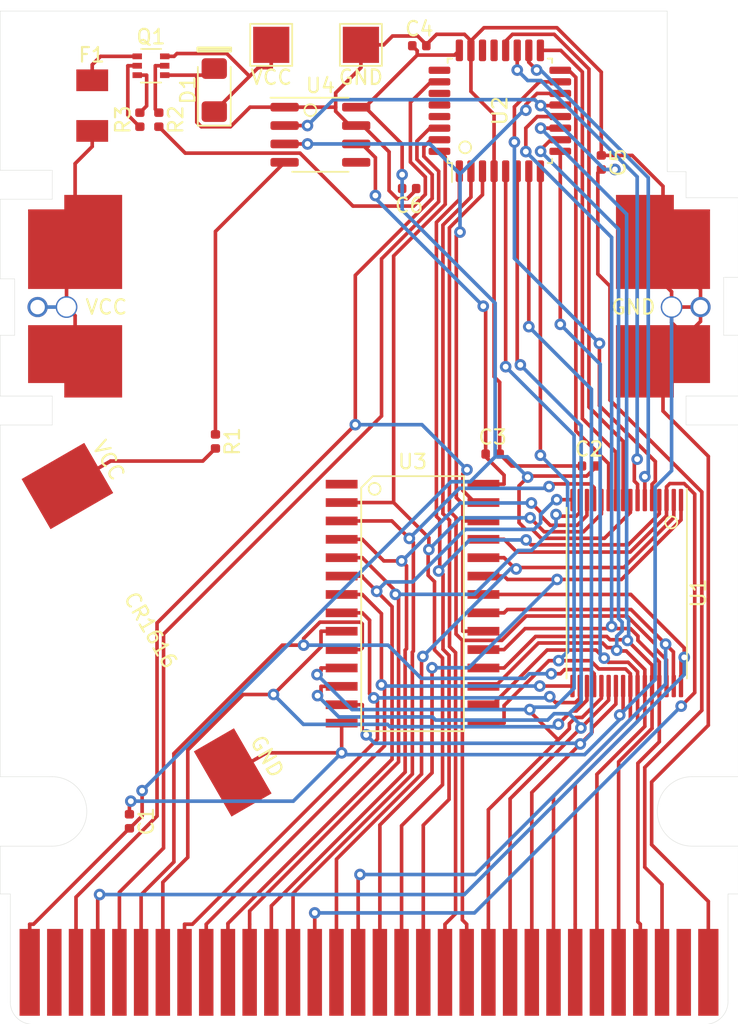
<source format=kicad_pcb>
(kicad_pcb (version 20171130) (host pcbnew "(5.1.2)-2")

  (general
    (thickness 0.8)
    (drawings 50)
    (tracks 765)
    (zones 0)
    (modules 22)
    (nets 58)
  )

  (page A4)
  (layers
    (0 F.Cu signal)
    (31 B.Cu signal)
    (32 B.Adhes user)
    (33 F.Adhes user)
    (34 B.Paste user)
    (35 F.Paste user)
    (36 B.SilkS user)
    (37 F.SilkS user)
    (38 B.Mask user)
    (39 F.Mask user)
    (40 Dwgs.User user)
    (41 Cmts.User user)
    (42 Eco1.User user)
    (43 Eco2.User user)
    (44 Edge.Cuts user)
    (45 Margin user)
    (46 B.CrtYd user)
    (47 F.CrtYd user)
    (48 B.Fab user)
    (49 F.Fab user)
  )

  (setup
    (last_trace_width 0.25)
    (trace_clearance 0.2)
    (zone_clearance 0.508)
    (zone_45_only no)
    (trace_min 0.2)
    (via_size 0.8)
    (via_drill 0.4)
    (via_min_size 0.4)
    (via_min_drill 0.3)
    (uvia_size 0.3)
    (uvia_drill 0.1)
    (uvias_allowed no)
    (uvia_min_size 0.2)
    (uvia_min_drill 0.1)
    (edge_width 0.0254)
    (segment_width 0.2)
    (pcb_text_width 0.3)
    (pcb_text_size 1.5 1.5)
    (mod_edge_width 0.12)
    (mod_text_size 1 1)
    (mod_text_width 0.15)
    (pad_size 1.524 1.524)
    (pad_drill 0.762)
    (pad_to_mask_clearance 0.051)
    (solder_mask_min_width 0.25)
    (aux_axis_origin 0 0)
    (visible_elements 7FFFFFFF)
    (pcbplotparams
      (layerselection 0x010fc_ffffffff)
      (usegerberextensions false)
      (usegerberattributes false)
      (usegerberadvancedattributes false)
      (creategerberjobfile false)
      (excludeedgelayer true)
      (linewidth 0.100000)
      (plotframeref false)
      (viasonmask false)
      (mode 1)
      (useauxorigin false)
      (hpglpennumber 1)
      (hpglpenspeed 20)
      (hpglpendiameter 15.000000)
      (psnegative false)
      (psa4output false)
      (plotreference true)
      (plotvalue true)
      (plotinvisibletext false)
      (padsonsilk false)
      (subtractmaskfromsilk false)
      (outputformat 1)
      (mirror false)
      (drillshape 1)
      (scaleselection 1)
      (outputdirectory ""))
  )

  (net 0 "")
  (net 1 GND)
  (net 2 "Net-(BAT1-Pad1)")
  (net 3 "Net-(Bat2-1-Pad1)")
  (net 4 +5V)
  (net 5 RamVcc)
  (net 6 RESET)
  (net 7 "Net-(R1-Pad1)")
  (net 8 "Net-(Q1-Pad5)")
  (net 9 AA16)
  (net 10 "Net-(Q1-Pad2)")
  (net 11 "Net-(U0-Pad31)")
  (net 12 D7)
  (net 13 D6)
  (net 14 D5)
  (net 15 D4)
  (net 16 D3)
  (net 17 D2)
  (net 18 D1)
  (net 19 D0)
  (net 20 WR)
  (net 21 A15)
  (net 22 A14)
  (net 23 A13)
  (net 24 A12)
  (net 25 A11)
  (net 26 A10)
  (net 27 A9)
  (net 28 A8)
  (net 29 A7)
  (net 30 A6)
  (net 31 A5)
  (net 32 A4)
  (net 33 A3)
  (net 34 A2)
  (net 35 A1)
  (net 36 A0)
  (net 37 CS)
  (net 38 \RD)
  (net 39 CLK)
  (net 40 RA14)
  (net 41 RA17)
  (net 42 RA18)
  (net 43 RA19)
  (net 44 RA16)
  (net 45 RA15)
  (net 46 RAMCS)
  (net 47 "Net-(U2-Pad21)")
  (net 48 "Net-(U2-Pad22)")
  (net 49 "Net-(U2-Pad25)")
  (net 50 "Net-(U2-Pad27)")
  (net 51 "Net-(U2-Pad28)")
  (net 52 "Net-(U2-Pad29)")
  (net 53 "Net-(U3-Pad1)")
  (net 54 "Net-(U4-Pad5)")
  (net 55 "Net-(D1-Pad1)")
  (net 56 "Net-(F1-Pad2)")
  (net 57 "Net-(Q1-Pad3)")

  (net_class Default "This is the default net class."
    (clearance 0.2)
    (trace_width 0.25)
    (via_dia 0.8)
    (via_drill 0.4)
    (uvia_dia 0.3)
    (uvia_drill 0.1)
    (add_net +5V)
    (add_net A0)
    (add_net A1)
    (add_net A10)
    (add_net A11)
    (add_net A12)
    (add_net A13)
    (add_net A14)
    (add_net A15)
    (add_net A2)
    (add_net A3)
    (add_net A4)
    (add_net A5)
    (add_net A6)
    (add_net A7)
    (add_net A8)
    (add_net A9)
    (add_net AA16)
    (add_net CLK)
    (add_net CS)
    (add_net D0)
    (add_net D1)
    (add_net D2)
    (add_net D3)
    (add_net D4)
    (add_net D5)
    (add_net D6)
    (add_net D7)
    (add_net GND)
    (add_net "Net-(BAT1-Pad1)")
    (add_net "Net-(Bat2-1-Pad1)")
    (add_net "Net-(D1-Pad1)")
    (add_net "Net-(F1-Pad2)")
    (add_net "Net-(Q1-Pad2)")
    (add_net "Net-(Q1-Pad3)")
    (add_net "Net-(Q1-Pad5)")
    (add_net "Net-(R1-Pad1)")
    (add_net "Net-(U0-Pad31)")
    (add_net "Net-(U2-Pad21)")
    (add_net "Net-(U2-Pad22)")
    (add_net "Net-(U2-Pad25)")
    (add_net "Net-(U2-Pad27)")
    (add_net "Net-(U2-Pad28)")
    (add_net "Net-(U2-Pad29)")
    (add_net "Net-(U3-Pad1)")
    (add_net "Net-(U4-Pad5)")
    (add_net RA14)
    (add_net RA15)
    (add_net RA16)
    (add_net RA17)
    (add_net RA18)
    (add_net RA19)
    (add_net RAMCS)
    (add_net RESET)
    (add_net RamVcc)
    (add_net WR)
    (add_net \RD)
  )

  (module NintendoFootprints:DMG-A04-01-Q1 (layer F.Cu) (tedit 5DE10ECD) (tstamp 5DE1677C)
    (at 110.8 57.724)
    (descr "SOT-363, SC-70-6")
    (tags "SOT-363 SC-70-6")
    (path /5DE38BE3)
    (attr smd)
    (fp_text reference Q1 (at 0 -2) (layer F.SilkS)
      (effects (font (size 1 1) (thickness 0.15)))
    )
    (fp_text value "PNP Transistor" (at 0 2 180) (layer F.Fab)
      (effects (font (size 1 1) (thickness 0.15)))
    )
    (fp_line (start -0.675 -1.1) (end -0.675 -0.6) (layer F.Fab) (width 0.1))
    (fp_line (start 0.675 1.1) (end -0.675 1.1) (layer F.Fab) (width 0.1))
    (fp_line (start 0.675 -1.1) (end 0.675 1.1) (layer F.Fab) (width 0.1))
    (fp_line (start -1.6 1.4) (end 1.6 1.4) (layer F.CrtYd) (width 0.05))
    (fp_line (start -0.675 -0.6) (end -0.675 1.1) (layer F.Fab) (width 0.1))
    (fp_line (start 0.675 -1.1) (end -0.675 -1.1) (layer F.Fab) (width 0.1))
    (fp_line (start -1.6 -1.4) (end 1.6 -1.4) (layer F.CrtYd) (width 0.05))
    (fp_line (start -1.6 -1.4) (end -1.6 1.4) (layer F.CrtYd) (width 0.05))
    (fp_line (start 1.6 1.4) (end 1.6 -1.4) (layer F.CrtYd) (width 0.05))
    (fp_line (start -0.7 1.16) (end 0.7 1.16) (layer F.SilkS) (width 0.12))
    (fp_line (start 0.7 -1.16) (end -0.675 -1.16) (layer F.SilkS) (width 0.12))
    (fp_text user %R (at 0 0 90) (layer F.Fab)
      (effects (font (size 0.5 0.5) (thickness 0.075)))
    )
    (pad 6 smd rect (at 0.95 -0.65) (size 0.65 0.4) (layers F.Cu F.Paste F.Mask)
      (net 55 "Net-(D1-Pad1)"))
    (pad 4 smd rect (at 0.95 0.65) (size 0.65 0.4) (layers F.Cu F.Paste F.Mask)
      (net 1 GND))
    (pad 2 smd rect (at -0.95 0) (size 0.65 0.4) (layers F.Cu F.Paste F.Mask)
      (net 10 "Net-(Q1-Pad2)"))
    (pad 5 smd rect (at 0.95 0) (size 0.65 0.4) (layers F.Cu F.Paste F.Mask)
      (net 8 "Net-(Q1-Pad5)"))
    (pad 3 smd rect (at -0.95 0.65) (size 0.65 0.4) (layers F.Cu F.Paste F.Mask)
      (net 57 "Net-(Q1-Pad3)"))
    (pad 1 smd rect (at -0.95 -0.65) (size 0.65 0.4) (layers F.Cu F.Paste F.Mask)
      (net 56 "Net-(F1-Pad2)"))
    (model ${KISYS3DMOD}/Package_TO_SOT_SMD.3dshapes/SOT-363_SC-70-6.wrl
      (at (xyz 0 0 0))
      (scale (xyz 1 1 1))
      (rotate (xyz 0 0 0))
    )
  )

  (module NintendoFootprints:DMG-A04-01_BAT2-Negative (layer F.Cu) (tedit 5DE05FFE) (tstamp 5DE0A99A)
    (at 146.303 74.3967)
    (path /5DD4917B)
    (fp_text reference GND (at -2.159 0) (layer F.SilkS)
      (effects (font (size 1 1) (thickness 0.15)))
    )
    (fp_text value "AAA GND" (at 0 -9.5) (layer F.Fab)
      (effects (font (size 1 1) (thickness 0.15)))
    )
    (pad 1 thru_hole circle (at 0.4765 0) (size 1.5 1.5) (drill 1.3) (layers *.Cu *.Mask)
      (net 1 GND) (zone_connect 0))
    (pad 1 smd custom (at -0.11684 -4) (size 6.5 5.5) (layers F.Cu F.Paste F.Mask)
      (net 1 GND) (zone_connect 0)
      (options (clearance outline) (anchor rect))
      (primitives
        (gr_poly (pts
           (xy -3.25 -3.75) (xy -3.25 -2.75) (xy 0.75 -2.75) (xy 0.75 -3.75)) (width 0))
      ))
    (pad 1 smd custom (at -0.11684 3.25) (size 6.5 4) (layers F.Cu F.Paste F.Mask)
      (net 1 GND) (zone_connect 0)
      (options (clearance outline) (anchor rect))
      (primitives
        (gr_poly (pts
           (xy -3.25 3) (xy -3.25 2) (xy 0.75 2) (xy 0.75 3)) (width 0))
      ))
    (pad 1 thru_hole circle (at 2.4765 0) (size 1.4 1.4) (drill 1) (layers *.Cu *.Mask)
      (net 1 GND) (zone_connect 0))
  )

  (module NintendoFootprints:DMG-A04-01_Fuse (layer F.Cu) (tedit 5DE05E20) (tstamp 5DE0AA0D)
    (at 104.607 60.2666 90)
    (path /5E0108BA)
    (fp_text reference F1 (at 3.2893 2.0955 180) (layer F.SilkS)
      (effects (font (size 1 1) (thickness 0.15)))
    )
    (fp_text value 10 (at 0 -0.5 90) (layer F.Fab)
      (effects (font (size 1 1) (thickness 0.15)))
    )
    (pad 1 smd rect (at -1.96088 2.13346) (size 2.2 1.5) (layers F.Cu F.Paste F.Mask)
      (net 3 "Net-(Bat2-1-Pad1)"))
    (pad 2 smd rect (at 1.53912 2.13346 180) (size 2.2 1.5) (layers F.Cu F.Paste F.Mask)
      (net 56 "Net-(F1-Pad2)"))
  )

  (module NintendoFootprints:CR1616-DMG (layer F.Cu) (tedit 5DE05156) (tstamp 5DE0A98A)
    (at 110.774 96.7207 300)
    (path /5DF55560)
    (fp_text reference CR1616 (at 0 0 120) (layer F.SilkS)
      (effects (font (size 1 1) (thickness 0.15)))
    )
    (fp_text value CR1616 (at -0.4191 -4.0005 120) (layer F.Fab)
      (effects (font (size 1 1) (thickness 0.15)))
    )
    (fp_text user VCC (at -11.614245 -3.353138 120) (layer F.SilkS)
      (effects (font (size 1 1) (thickness 0.15)))
    )
    (fp_text user GND (at 11.575875 -2.605284 120) (layer F.SilkS)
      (effects (font (size 1 1) (thickness 0.15)))
    )
    (pad 2 smd rect (at 11.35 0 300) (size 5.2 3.2) (layers F.Cu F.Paste F.Mask)
      (net 1 GND))
    (pad 1 smd rect (at -11.5 0 300) (size 4 5) (layers F.Cu F.Paste F.Mask)
      (net 2 "Net-(BAT1-Pad1)"))
  )

  (module NintendoFootprints:DMG-A04-01_BAT2-Positive (layer F.Cu) (tedit 5DE05A23) (tstamp 5DE0A992)
    (at 105.558 74.3967)
    (path /5DD474A3)
    (fp_text reference VCC (at 2.15872 0) (layer F.SilkS)
      (effects (font (size 1 1) (thickness 0.15)))
    )
    (fp_text value "AAA Positive" (at 0 -9.24052) (layer F.Fab)
      (effects (font (size 1 1) (thickness 0.15)))
    )
    (pad 1 smd custom (at 0 -4) (size 6.5 5.5) (layers F.Cu F.Paste F.Mask)
      (net 3 "Net-(Bat2-1-Pad1)") (zone_connect 0)
      (options (clearance outline) (anchor rect))
      (primitives
        (gr_poly (pts
           (xy 3.25 -3.75) (xy 3.25 -2.75) (xy -0.75 -2.75) (xy -0.75 -3.75)) (width 0))
      ))
    (pad 1 smd custom (at 0 3.25) (size 6.5 4) (layers F.Cu F.Paste F.Mask)
      (net 3 "Net-(Bat2-1-Pad1)") (zone_connect 0)
      (options (clearance outline) (anchor rect))
      (primitives
        (gr_poly (pts
           (xy 3.25 3) (xy 3.25 2) (xy -0.75 2) (xy -0.75 3)) (width 0))
      ))
    (pad 1 thru_hole circle (at -2.59334 0) (size 1.4 1.4) (drill 1) (layers *.Cu *.Mask)
      (net 3 "Net-(Bat2-1-Pad1)") (zone_connect 0))
    (pad 1 thru_hole circle (at -0.59334 0) (size 1.5 1.5) (drill 1.3) (layers *.Cu *.Mask)
      (net 3 "Net-(Bat2-1-Pad1)") (zone_connect 0))
  )

  (module Capacitor_SMD:C_0402_1005Metric (layer F.Cu) (tedit 5B301BBE) (tstamp 5DE0A9A9)
    (at 109.311 109.926 270)
    (descr "Capacitor SMD 0402 (1005 Metric), square (rectangular) end terminal, IPC_7351 nominal, (Body size source: http://www.tortai-tech.com/upload/download/2011102023233369053.pdf), generated with kicad-footprint-generator")
    (tags capacitor)
    (path /5DF742EE)
    (attr smd)
    (fp_text reference C1 (at 0 -1.17 90) (layer F.SilkS)
      (effects (font (size 1 1) (thickness 0.15)))
    )
    (fp_text value C (at 0 1.17 90) (layer F.Fab)
      (effects (font (size 1 1) (thickness 0.15)))
    )
    (fp_text user %R (at 0 0 90) (layer F.Fab)
      (effects (font (size 0.25 0.25) (thickness 0.04)))
    )
    (fp_line (start 0.93 0.47) (end -0.93 0.47) (layer F.CrtYd) (width 0.05))
    (fp_line (start 0.93 -0.47) (end 0.93 0.47) (layer F.CrtYd) (width 0.05))
    (fp_line (start -0.93 -0.47) (end 0.93 -0.47) (layer F.CrtYd) (width 0.05))
    (fp_line (start -0.93 0.47) (end -0.93 -0.47) (layer F.CrtYd) (width 0.05))
    (fp_line (start 0.5 0.25) (end -0.5 0.25) (layer F.Fab) (width 0.1))
    (fp_line (start 0.5 -0.25) (end 0.5 0.25) (layer F.Fab) (width 0.1))
    (fp_line (start -0.5 -0.25) (end 0.5 -0.25) (layer F.Fab) (width 0.1))
    (fp_line (start -0.5 0.25) (end -0.5 -0.25) (layer F.Fab) (width 0.1))
    (pad 2 smd roundrect (at 0.485 0 270) (size 0.59 0.64) (layers F.Cu F.Paste F.Mask) (roundrect_rratio 0.25)
      (net 4 +5V))
    (pad 1 smd roundrect (at -0.485 0 270) (size 0.59 0.64) (layers F.Cu F.Paste F.Mask) (roundrect_rratio 0.25)
      (net 1 GND))
    (model ${KISYS3DMOD}/Capacitor_SMD.3dshapes/C_0402_1005Metric.wrl
      (at (xyz 0 0 0))
      (scale (xyz 1 1 1))
      (rotate (xyz 0 0 0))
    )
  )

  (module Capacitor_SMD:C_0402_1005Metric (layer F.Cu) (tedit 5B301BBE) (tstamp 5DE0A9B8)
    (at 141.074 85.377)
    (descr "Capacitor SMD 0402 (1005 Metric), square (rectangular) end terminal, IPC_7351 nominal, (Body size source: http://www.tortai-tech.com/upload/download/2011102023233369053.pdf), generated with kicad-footprint-generator")
    (tags capacitor)
    (path /5DF8D891)
    (attr smd)
    (fp_text reference C2 (at 0 -1.17) (layer F.SilkS)
      (effects (font (size 1 1) (thickness 0.15)))
    )
    (fp_text value C (at 0 1.17) (layer F.Fab)
      (effects (font (size 1 1) (thickness 0.15)))
    )
    (fp_line (start -0.5 0.25) (end -0.5 -0.25) (layer F.Fab) (width 0.1))
    (fp_line (start -0.5 -0.25) (end 0.5 -0.25) (layer F.Fab) (width 0.1))
    (fp_line (start 0.5 -0.25) (end 0.5 0.25) (layer F.Fab) (width 0.1))
    (fp_line (start 0.5 0.25) (end -0.5 0.25) (layer F.Fab) (width 0.1))
    (fp_line (start -0.93 0.47) (end -0.93 -0.47) (layer F.CrtYd) (width 0.05))
    (fp_line (start -0.93 -0.47) (end 0.93 -0.47) (layer F.CrtYd) (width 0.05))
    (fp_line (start 0.93 -0.47) (end 0.93 0.47) (layer F.CrtYd) (width 0.05))
    (fp_line (start 0.93 0.47) (end -0.93 0.47) (layer F.CrtYd) (width 0.05))
    (fp_text user %R (at 0 0) (layer F.Fab)
      (effects (font (size 0.25 0.25) (thickness 0.04)))
    )
    (pad 1 smd roundrect (at -0.485 0) (size 0.59 0.64) (layers F.Cu F.Paste F.Mask) (roundrect_rratio 0.25)
      (net 1 GND))
    (pad 2 smd roundrect (at 0.485 0) (size 0.59 0.64) (layers F.Cu F.Paste F.Mask) (roundrect_rratio 0.25)
      (net 4 +5V))
    (model ${KISYS3DMOD}/Capacitor_SMD.3dshapes/C_0402_1005Metric.wrl
      (at (xyz 0 0 0))
      (scale (xyz 1 1 1))
      (rotate (xyz 0 0 0))
    )
  )

  (module Capacitor_SMD:C_0402_1005Metric (layer F.Cu) (tedit 5B301BBE) (tstamp 5DE0A9C7)
    (at 134.414 84.5541)
    (descr "Capacitor SMD 0402 (1005 Metric), square (rectangular) end terminal, IPC_7351 nominal, (Body size source: http://www.tortai-tech.com/upload/download/2011102023233369053.pdf), generated with kicad-footprint-generator")
    (tags capacitor)
    (path /5DFA1F85)
    (attr smd)
    (fp_text reference C3 (at 0 -1.17) (layer F.SilkS)
      (effects (font (size 1 1) (thickness 0.15)))
    )
    (fp_text value C (at 0 1.17) (layer F.Fab)
      (effects (font (size 1 1) (thickness 0.15)))
    )
    (fp_text user %R (at 0 0) (layer F.Fab)
      (effects (font (size 0.25 0.25) (thickness 0.04)))
    )
    (fp_line (start 0.93 0.47) (end -0.93 0.47) (layer F.CrtYd) (width 0.05))
    (fp_line (start 0.93 -0.47) (end 0.93 0.47) (layer F.CrtYd) (width 0.05))
    (fp_line (start -0.93 -0.47) (end 0.93 -0.47) (layer F.CrtYd) (width 0.05))
    (fp_line (start -0.93 0.47) (end -0.93 -0.47) (layer F.CrtYd) (width 0.05))
    (fp_line (start 0.5 0.25) (end -0.5 0.25) (layer F.Fab) (width 0.1))
    (fp_line (start 0.5 -0.25) (end 0.5 0.25) (layer F.Fab) (width 0.1))
    (fp_line (start -0.5 -0.25) (end 0.5 -0.25) (layer F.Fab) (width 0.1))
    (fp_line (start -0.5 0.25) (end -0.5 -0.25) (layer F.Fab) (width 0.1))
    (pad 2 smd roundrect (at 0.485 0) (size 0.59 0.64) (layers F.Cu F.Paste F.Mask) (roundrect_rratio 0.25)
      (net 1 GND))
    (pad 1 smd roundrect (at -0.485 0) (size 0.59 0.64) (layers F.Cu F.Paste F.Mask) (roundrect_rratio 0.25)
      (net 5 RamVcc))
    (model ${KISYS3DMOD}/Capacitor_SMD.3dshapes/C_0402_1005Metric.wrl
      (at (xyz 0 0 0))
      (scale (xyz 1 1 1))
      (rotate (xyz 0 0 0))
    )
  )

  (module Capacitor_SMD:C_0402_1005Metric (layer F.Cu) (tedit 5B301BBE) (tstamp 5DE0A9D6)
    (at 129.344 56.3397)
    (descr "Capacitor SMD 0402 (1005 Metric), square (rectangular) end terminal, IPC_7351 nominal, (Body size source: http://www.tortai-tech.com/upload/download/2011102023233369053.pdf), generated with kicad-footprint-generator")
    (tags capacitor)
    (path /5DFBFCCD)
    (attr smd)
    (fp_text reference C4 (at 0 -1.17) (layer F.SilkS)
      (effects (font (size 1 1) (thickness 0.15)))
    )
    (fp_text value C (at 0 1.17) (layer F.Fab)
      (effects (font (size 1 1) (thickness 0.15)))
    )
    (fp_line (start -0.5 0.25) (end -0.5 -0.25) (layer F.Fab) (width 0.1))
    (fp_line (start -0.5 -0.25) (end 0.5 -0.25) (layer F.Fab) (width 0.1))
    (fp_line (start 0.5 -0.25) (end 0.5 0.25) (layer F.Fab) (width 0.1))
    (fp_line (start 0.5 0.25) (end -0.5 0.25) (layer F.Fab) (width 0.1))
    (fp_line (start -0.93 0.47) (end -0.93 -0.47) (layer F.CrtYd) (width 0.05))
    (fp_line (start -0.93 -0.47) (end 0.93 -0.47) (layer F.CrtYd) (width 0.05))
    (fp_line (start 0.93 -0.47) (end 0.93 0.47) (layer F.CrtYd) (width 0.05))
    (fp_line (start 0.93 0.47) (end -0.93 0.47) (layer F.CrtYd) (width 0.05))
    (fp_text user %R (at 0 0) (layer F.Fab)
      (effects (font (size 0.25 0.25) (thickness 0.04)))
    )
    (pad 1 smd roundrect (at -0.485 0) (size 0.59 0.64) (layers F.Cu F.Paste F.Mask) (roundrect_rratio 0.25)
      (net 4 +5V))
    (pad 2 smd roundrect (at 0.485 0) (size 0.59 0.64) (layers F.Cu F.Paste F.Mask) (roundrect_rratio 0.25)
      (net 1 GND))
    (model ${KISYS3DMOD}/Capacitor_SMD.3dshapes/C_0402_1005Metric.wrl
      (at (xyz 0 0 0))
      (scale (xyz 1 1 1))
      (rotate (xyz 0 0 0))
    )
  )

  (module Capacitor_SMD:C_0402_1005Metric (layer F.Cu) (tedit 5B301BBE) (tstamp 5DE0A9E5)
    (at 141.92 64.4042 270)
    (descr "Capacitor SMD 0402 (1005 Metric), square (rectangular) end terminal, IPC_7351 nominal, (Body size source: http://www.tortai-tech.com/upload/download/2011102023233369053.pdf), generated with kicad-footprint-generator")
    (tags capacitor)
    (path /5DD330CF)
    (attr smd)
    (fp_text reference C5 (at 0 -1.17 90) (layer F.SilkS)
      (effects (font (size 1 1) (thickness 0.15)))
    )
    (fp_text value NC (at 0 1.17 90) (layer F.Fab)
      (effects (font (size 1 1) (thickness 0.15)))
    )
    (fp_line (start -0.5 0.25) (end -0.5 -0.25) (layer F.Fab) (width 0.1))
    (fp_line (start -0.5 -0.25) (end 0.5 -0.25) (layer F.Fab) (width 0.1))
    (fp_line (start 0.5 -0.25) (end 0.5 0.25) (layer F.Fab) (width 0.1))
    (fp_line (start 0.5 0.25) (end -0.5 0.25) (layer F.Fab) (width 0.1))
    (fp_line (start -0.93 0.47) (end -0.93 -0.47) (layer F.CrtYd) (width 0.05))
    (fp_line (start -0.93 -0.47) (end 0.93 -0.47) (layer F.CrtYd) (width 0.05))
    (fp_line (start 0.93 -0.47) (end 0.93 0.47) (layer F.CrtYd) (width 0.05))
    (fp_line (start 0.93 0.47) (end -0.93 0.47) (layer F.CrtYd) (width 0.05))
    (fp_text user %R (at 0 0 90) (layer F.Fab)
      (effects (font (size 0.25 0.25) (thickness 0.04)))
    )
    (pad 1 smd roundrect (at -0.485 0 270) (size 0.59 0.64) (layers F.Cu F.Paste F.Mask) (roundrect_rratio 0.25)
      (net 1 GND))
    (pad 2 smd roundrect (at 0.485 0 270) (size 0.59 0.64) (layers F.Cu F.Paste F.Mask) (roundrect_rratio 0.25)
      (net 6 RESET))
    (model ${KISYS3DMOD}/Capacitor_SMD.3dshapes/C_0402_1005Metric.wrl
      (at (xyz 0 0 0))
      (scale (xyz 1 1 1))
      (rotate (xyz 0 0 0))
    )
  )

  (module Capacitor_SMD:C_0402_1005Metric (layer F.Cu) (tedit 5B301BBE) (tstamp 5DE0A9F4)
    (at 128.643 66.2076 180)
    (descr "Capacitor SMD 0402 (1005 Metric), square (rectangular) end terminal, IPC_7351 nominal, (Body size source: http://www.tortai-tech.com/upload/download/2011102023233369053.pdf), generated with kicad-footprint-generator")
    (tags capacitor)
    (path /5DFE886F)
    (attr smd)
    (fp_text reference C6 (at 0 -1.17) (layer F.SilkS)
      (effects (font (size 1 1) (thickness 0.15)))
    )
    (fp_text value C (at 0 1.17) (layer F.Fab)
      (effects (font (size 1 1) (thickness 0.15)))
    )
    (fp_text user %R (at 0 0) (layer F.Fab)
      (effects (font (size 0.25 0.25) (thickness 0.04)))
    )
    (fp_line (start 0.93 0.47) (end -0.93 0.47) (layer F.CrtYd) (width 0.05))
    (fp_line (start 0.93 -0.47) (end 0.93 0.47) (layer F.CrtYd) (width 0.05))
    (fp_line (start -0.93 -0.47) (end 0.93 -0.47) (layer F.CrtYd) (width 0.05))
    (fp_line (start -0.93 0.47) (end -0.93 -0.47) (layer F.CrtYd) (width 0.05))
    (fp_line (start 0.5 0.25) (end -0.5 0.25) (layer F.Fab) (width 0.1))
    (fp_line (start 0.5 -0.25) (end 0.5 0.25) (layer F.Fab) (width 0.1))
    (fp_line (start -0.5 -0.25) (end 0.5 -0.25) (layer F.Fab) (width 0.1))
    (fp_line (start -0.5 0.25) (end -0.5 -0.25) (layer F.Fab) (width 0.1))
    (pad 2 smd roundrect (at 0.485 0 180) (size 0.59 0.64) (layers F.Cu F.Paste F.Mask) (roundrect_rratio 0.25)
      (net 4 +5V))
    (pad 1 smd roundrect (at -0.485 0 180) (size 0.59 0.64) (layers F.Cu F.Paste F.Mask) (roundrect_rratio 0.25)
      (net 1 GND))
    (model ${KISYS3DMOD}/Capacitor_SMD.3dshapes/C_0402_1005Metric.wrl
      (at (xyz 0 0 0))
      (scale (xyz 1 1 1))
      (rotate (xyz 0 0 0))
    )
  )

  (module Diode_SMD:D_1206_3216Metric_Pad1.42x1.75mm_HandSolder (layer F.Cu) (tedit 5B4B45C8) (tstamp 5DE0AA07)
    (at 115.174 59.4055 90)
    (descr "Diode SMD 1206 (3216 Metric), square (rectangular) end terminal, IPC_7351 nominal, (Body size source: http://www.tortai-tech.com/upload/download/2011102023233369053.pdf), generated with kicad-footprint-generator")
    (tags "diode handsolder")
    (path /5E039A39)
    (attr smd)
    (fp_text reference D1 (at 0 -1.82 90) (layer F.SilkS)
      (effects (font (size 1 1) (thickness 0.15)))
    )
    (fp_text value D (at 0 1.82 90) (layer F.Fab)
      (effects (font (size 1 1) (thickness 0.15)))
    )
    (fp_line (start 1.6 -0.8) (end -1.2 -0.8) (layer F.Fab) (width 0.1))
    (fp_line (start -1.2 -0.8) (end -1.6 -0.4) (layer F.Fab) (width 0.1))
    (fp_line (start -1.6 -0.4) (end -1.6 0.8) (layer F.Fab) (width 0.1))
    (fp_line (start -1.6 0.8) (end 1.6 0.8) (layer F.Fab) (width 0.1))
    (fp_line (start 1.6 0.8) (end 1.6 -0.8) (layer F.Fab) (width 0.1))
    (fp_line (start 1.6 -1.135) (end -2.46 -1.135) (layer F.SilkS) (width 0.12))
    (fp_line (start -2.46 -1.135) (end -2.46 1.135) (layer F.SilkS) (width 0.12))
    (fp_line (start -2.46 1.135) (end 1.6 1.135) (layer F.SilkS) (width 0.12))
    (fp_line (start -2.45 1.12) (end -2.45 -1.12) (layer F.CrtYd) (width 0.05))
    (fp_line (start -2.45 -1.12) (end 2.45 -1.12) (layer F.CrtYd) (width 0.05))
    (fp_line (start 2.45 -1.12) (end 2.45 1.12) (layer F.CrtYd) (width 0.05))
    (fp_line (start 2.45 1.12) (end -2.45 1.12) (layer F.CrtYd) (width 0.05))
    (fp_text user %R (at -0.07112 -0.03302 90) (layer F.Fab)
      (effects (font (size 0.8 0.8) (thickness 0.12)))
    )
    (pad 1 smd roundrect (at -1.4875 0 90) (size 1.425 1.75) (layers F.Cu F.Paste F.Mask) (roundrect_rratio 0.175439)
      (net 55 "Net-(D1-Pad1)"))
    (pad 2 smd roundrect (at 1.4875 0 90) (size 1.425 1.75) (layers F.Cu F.Paste F.Mask) (roundrect_rratio 0.175439)
      (net 1 GND))
    (model ${KISYS3DMOD}/Diode_SMD.3dshapes/D_1206_3216Metric.wrl
      (at (xyz 0 0 0))
      (scale (xyz 1 1 1))
      (rotate (xyz 0 0 0))
    )
  )

  (module TestPoint:TestPoint_Pad_2.5x2.5mm (layer F.Cu) (tedit 5A0F774F) (tstamp 5DE0AA1B)
    (at 119.111 56.2788 180)
    (descr "SMD rectangular pad as test Point, square 2.5mm side length")
    (tags "test point SMD pad rectangle square")
    (path /5DD3D322)
    (attr virtual)
    (fp_text reference VCC (at 0 -2.24536) (layer F.SilkS)
      (effects (font (size 1 1) (thickness 0.15)))
    )
    (fp_text value "Motor VCC" (at 0 2.25) (layer F.Fab)
      (effects (font (size 1 1) (thickness 0.15)))
    )
    (fp_line (start 1.75 1.75) (end -1.75 1.75) (layer F.CrtYd) (width 0.05))
    (fp_line (start 1.75 1.75) (end 1.75 -1.75) (layer F.CrtYd) (width 0.05))
    (fp_line (start -1.75 -1.75) (end -1.75 1.75) (layer F.CrtYd) (width 0.05))
    (fp_line (start -1.75 -1.75) (end 1.75 -1.75) (layer F.CrtYd) (width 0.05))
    (fp_line (start -1.45 1.45) (end -1.45 -1.45) (layer F.SilkS) (width 0.12))
    (fp_line (start 1.45 1.45) (end -1.45 1.45) (layer F.SilkS) (width 0.12))
    (fp_line (start 1.45 -1.45) (end 1.45 1.45) (layer F.SilkS) (width 0.12))
    (fp_line (start -1.45 -1.45) (end 1.45 -1.45) (layer F.SilkS) (width 0.12))
    (fp_text user %R (at 0 -2.15) (layer F.Fab)
      (effects (font (size 1 1) (thickness 0.15)))
    )
    (pad 1 smd rect (at 0 0 180) (size 2.5 2.5) (layers F.Cu F.Mask)
      (net 55 "Net-(D1-Pad1)"))
  )

  (module TestPoint:TestPoint_Pad_2.5x2.5mm (layer F.Cu) (tedit 5A0F774F) (tstamp 5DE0AA29)
    (at 125.308 56.2788 180)
    (descr "SMD rectangular pad as test Point, square 2.5mm side length")
    (tags "test point SMD pad rectangle square")
    (path /5DD40D4B)
    (attr virtual)
    (fp_text reference GND (at 0 -2.24536) (layer F.SilkS)
      (effects (font (size 1 1) (thickness 0.15)))
    )
    (fp_text value "Motor GND" (at 0 2.25) (layer F.Fab)
      (effects (font (size 1 1) (thickness 0.15)))
    )
    (fp_text user %R (at 0 -2.15) (layer F.Fab)
      (effects (font (size 1 1) (thickness 0.15)))
    )
    (fp_line (start -1.45 -1.45) (end 1.45 -1.45) (layer F.SilkS) (width 0.12))
    (fp_line (start 1.45 -1.45) (end 1.45 1.45) (layer F.SilkS) (width 0.12))
    (fp_line (start 1.45 1.45) (end -1.45 1.45) (layer F.SilkS) (width 0.12))
    (fp_line (start -1.45 1.45) (end -1.45 -1.45) (layer F.SilkS) (width 0.12))
    (fp_line (start -1.75 -1.75) (end 1.75 -1.75) (layer F.CrtYd) (width 0.05))
    (fp_line (start -1.75 -1.75) (end -1.75 1.75) (layer F.CrtYd) (width 0.05))
    (fp_line (start 1.75 1.75) (end 1.75 -1.75) (layer F.CrtYd) (width 0.05))
    (fp_line (start 1.75 1.75) (end -1.75 1.75) (layer F.CrtYd) (width 0.05))
    (pad 1 smd rect (at 0 0 180) (size 2.5 2.5) (layers F.Cu F.Mask)
      (net 1 GND))
  )

  (module Resistor_SMD:R_0402_1005Metric (layer F.Cu) (tedit 5B301BBD) (tstamp 5DE0AA38)
    (at 115.255 83.6803 270)
    (descr "Resistor SMD 0402 (1005 Metric), square (rectangular) end terminal, IPC_7351 nominal, (Body size source: http://www.tortai-tech.com/upload/download/2011102023233369053.pdf), generated with kicad-footprint-generator")
    (tags resistor)
    (path /5DF63371)
    (attr smd)
    (fp_text reference R1 (at 0 -1.17 90) (layer F.SilkS)
      (effects (font (size 1 1) (thickness 0.15)))
    )
    (fp_text value 10K (at 0 1.17 90) (layer F.Fab)
      (effects (font (size 1 1) (thickness 0.15)))
    )
    (fp_line (start -0.5 0.25) (end -0.5 -0.25) (layer F.Fab) (width 0.1))
    (fp_line (start -0.5 -0.25) (end 0.5 -0.25) (layer F.Fab) (width 0.1))
    (fp_line (start 0.5 -0.25) (end 0.5 0.25) (layer F.Fab) (width 0.1))
    (fp_line (start 0.5 0.25) (end -0.5 0.25) (layer F.Fab) (width 0.1))
    (fp_line (start -0.93 0.47) (end -0.93 -0.47) (layer F.CrtYd) (width 0.05))
    (fp_line (start -0.93 -0.47) (end 0.93 -0.47) (layer F.CrtYd) (width 0.05))
    (fp_line (start 0.93 -0.47) (end 0.93 0.47) (layer F.CrtYd) (width 0.05))
    (fp_line (start 0.93 0.47) (end -0.93 0.47) (layer F.CrtYd) (width 0.05))
    (fp_text user %R (at 0 0 90) (layer F.Fab)
      (effects (font (size 0.25 0.25) (thickness 0.04)))
    )
    (pad 1 smd roundrect (at -0.485 0 270) (size 0.59 0.64) (layers F.Cu F.Paste F.Mask) (roundrect_rratio 0.25)
      (net 7 "Net-(R1-Pad1)"))
    (pad 2 smd roundrect (at 0.485 0 270) (size 0.59 0.64) (layers F.Cu F.Paste F.Mask) (roundrect_rratio 0.25)
      (net 2 "Net-(BAT1-Pad1)"))
    (model ${KISYS3DMOD}/Resistor_SMD.3dshapes/R_0402_1005Metric.wrl
      (at (xyz 0 0 0))
      (scale (xyz 1 1 1))
      (rotate (xyz 0 0 0))
    )
  )

  (module Resistor_SMD:R_0402_1005Metric (layer F.Cu) (tedit 5B301BBD) (tstamp 5DE0AA47)
    (at 111.343 61.4502 270)
    (descr "Resistor SMD 0402 (1005 Metric), square (rectangular) end terminal, IPC_7351 nominal, (Body size source: http://www.tortai-tech.com/upload/download/2011102023233369053.pdf), generated with kicad-footprint-generator")
    (tags resistor)
    (path /5DD3A49F)
    (attr smd)
    (fp_text reference R2 (at 0 -1.17 90) (layer F.SilkS)
      (effects (font (size 1 1) (thickness 0.15)))
    )
    (fp_text value 30K (at 0 1.17 90) (layer F.Fab)
      (effects (font (size 1 1) (thickness 0.15)))
    )
    (fp_line (start -0.5 0.25) (end -0.5 -0.25) (layer F.Fab) (width 0.1))
    (fp_line (start -0.5 -0.25) (end 0.5 -0.25) (layer F.Fab) (width 0.1))
    (fp_line (start 0.5 -0.25) (end 0.5 0.25) (layer F.Fab) (width 0.1))
    (fp_line (start 0.5 0.25) (end -0.5 0.25) (layer F.Fab) (width 0.1))
    (fp_line (start -0.93 0.47) (end -0.93 -0.47) (layer F.CrtYd) (width 0.05))
    (fp_line (start -0.93 -0.47) (end 0.93 -0.47) (layer F.CrtYd) (width 0.05))
    (fp_line (start 0.93 -0.47) (end 0.93 0.47) (layer F.CrtYd) (width 0.05))
    (fp_line (start 0.93 0.47) (end -0.93 0.47) (layer F.CrtYd) (width 0.05))
    (fp_text user %R (at -0.003901 -0.031861 90) (layer F.Fab)
      (effects (font (size 0.25 0.25) (thickness 0.04)))
    )
    (pad 1 smd roundrect (at -0.485 0 270) (size 0.59 0.64) (layers F.Cu F.Paste F.Mask) (roundrect_rratio 0.25)
      (net 8 "Net-(Q1-Pad5)"))
    (pad 2 smd roundrect (at 0.485 0 270) (size 0.59 0.64) (layers F.Cu F.Paste F.Mask) (roundrect_rratio 0.25)
      (net 9 AA16))
    (model ${KISYS3DMOD}/Resistor_SMD.3dshapes/R_0402_1005Metric.wrl
      (at (xyz 0 0 0))
      (scale (xyz 1 1 1))
      (rotate (xyz 0 0 0))
    )
  )

  (module Resistor_SMD:R_0402_1005Metric (layer F.Cu) (tedit 5B301BBD) (tstamp 5DE0AA56)
    (at 110.033 61.4502 90)
    (descr "Resistor SMD 0402 (1005 Metric), square (rectangular) end terminal, IPC_7351 nominal, (Body size source: http://www.tortai-tech.com/upload/download/2011102023233369053.pdf), generated with kicad-footprint-generator")
    (tags resistor)
    (path /5DD38469)
    (attr smd)
    (fp_text reference R3 (at 0 -1.17 90) (layer F.SilkS)
      (effects (font (size 1 1) (thickness 0.15)))
    )
    (fp_text value 390 (at 0 1.17 90) (layer F.Fab)
      (effects (font (size 1 1) (thickness 0.15)))
    )
    (fp_text user %R (at 0 0 90) (layer F.Fab)
      (effects (font (size 0.25 0.25) (thickness 0.04)))
    )
    (fp_line (start 0.93 0.47) (end -0.93 0.47) (layer F.CrtYd) (width 0.05))
    (fp_line (start 0.93 -0.47) (end 0.93 0.47) (layer F.CrtYd) (width 0.05))
    (fp_line (start -0.93 -0.47) (end 0.93 -0.47) (layer F.CrtYd) (width 0.05))
    (fp_line (start -0.93 0.47) (end -0.93 -0.47) (layer F.CrtYd) (width 0.05))
    (fp_line (start 0.5 0.25) (end -0.5 0.25) (layer F.Fab) (width 0.1))
    (fp_line (start 0.5 -0.25) (end 0.5 0.25) (layer F.Fab) (width 0.1))
    (fp_line (start -0.5 -0.25) (end 0.5 -0.25) (layer F.Fab) (width 0.1))
    (fp_line (start -0.5 0.25) (end -0.5 -0.25) (layer F.Fab) (width 0.1))
    (pad 2 smd roundrect (at 0.485 0 90) (size 0.59 0.64) (layers F.Cu F.Paste F.Mask) (roundrect_rratio 0.25)
      (net 57 "Net-(Q1-Pad3)"))
    (pad 1 smd roundrect (at -0.485 0 90) (size 0.59 0.64) (layers F.Cu F.Paste F.Mask) (roundrect_rratio 0.25)
      (net 10 "Net-(Q1-Pad2)"))
    (model ${KISYS3DMOD}/Resistor_SMD.3dshapes/R_0402_1005Metric.wrl
      (at (xyz 0 0 0))
      (scale (xyz 1 1 1))
      (rotate (xyz 0 0 0))
    )
  )

  (module Custom:GBBus (layer F.Cu) (tedit 5BCB465C) (tstamp 5DE0AA7A)
    (at 101.719 117.364)
    (descr "Connector Pads for Gameboy Cartridges")
    (path /5DD2CA51)
    (fp_text reference U0 (at 23.12 -2.565) (layer F.SilkS) hide
      (effects (font (size 1.27 1.27) (thickness 0.15)))
    )
    (fp_text value CartBus (at 24.49 -7.525) (layer F.SilkS) hide
      (effects (font (size 1.27 1.27) (thickness 0.15)))
    )
    (pad 32 smd rect (at 47.6 3 180) (size 1.4 6) (layers F.Cu F.Paste F.Mask)
      (net 1 GND) (solder_mask_margin 0.0508))
    (pad 31 smd rect (at 45.9 3) (size 1 6) (layers F.Cu F.Paste F.Mask)
      (net 11 "Net-(U0-Pad31)") (solder_mask_margin 0.0508))
    (pad 30 smd rect (at 44.4 3) (size 1 6) (layers F.Cu F.Paste F.Mask)
      (net 6 RESET) (solder_mask_margin 0.0508))
    (pad 29 smd rect (at 42.9 3) (size 1 6) (layers F.Cu F.Paste F.Mask)
      (net 12 D7) (solder_mask_margin 0.0508))
    (pad 28 smd rect (at 41.4 3) (size 1 6) (layers F.Cu F.Paste F.Mask)
      (net 13 D6) (solder_mask_margin 0.0508))
    (pad 27 smd rect (at 39.9 3) (size 1 6) (layers F.Cu F.Paste F.Mask)
      (net 14 D5) (solder_mask_margin 0.0508))
    (pad 26 smd rect (at 38.4 3) (size 1 6) (layers F.Cu F.Paste F.Mask)
      (net 15 D4) (solder_mask_margin 0.0508))
    (pad 25 smd rect (at 36.9 3) (size 1 6) (layers F.Cu F.Paste F.Mask)
      (net 16 D3) (solder_mask_margin 0.0508))
    (pad 24 smd rect (at 35.4 3) (size 1 6) (layers F.Cu F.Paste F.Mask)
      (net 17 D2) (solder_mask_margin 0.0508))
    (pad 23 smd rect (at 33.9 3) (size 1 6) (layers F.Cu F.Paste F.Mask)
      (net 18 D1) (solder_mask_margin 0.0508))
    (pad 22 smd rect (at 32.4 3) (size 1 6) (layers F.Cu F.Paste F.Mask)
      (net 19 D0) (solder_mask_margin 0.0508))
    (pad 3 smd rect (at 3.9 3 180) (size 1 6) (layers F.Cu F.Paste F.Mask)
      (net 20 WR) (solder_mask_margin 0.0508))
    (pad 21 smd rect (at 30.9 3) (size 1 6) (layers F.Cu F.Paste F.Mask)
      (net 21 A15) (solder_mask_margin 0.0508))
    (pad 20 smd rect (at 29.4 3) (size 1 6) (layers F.Cu F.Paste F.Mask)
      (net 22 A14) (solder_mask_margin 0.0508))
    (pad 19 smd rect (at 27.9 3) (size 1 6) (layers F.Cu F.Paste F.Mask)
      (net 23 A13) (solder_mask_margin 0.0508))
    (pad 18 smd rect (at 26.4 3) (size 1 6) (layers F.Cu F.Paste F.Mask)
      (net 24 A12) (solder_mask_margin 0.0508))
    (pad 17 smd rect (at 24.9 3) (size 1 6) (layers F.Cu F.Paste F.Mask)
      (net 25 A11) (solder_mask_margin 0.0508))
    (pad 16 smd rect (at 23.4 3) (size 1 6) (layers F.Cu F.Paste F.Mask)
      (net 26 A10) (solder_mask_margin 0.0508))
    (pad 15 smd rect (at 21.9 3) (size 1 6) (layers F.Cu F.Paste F.Mask)
      (net 27 A9) (solder_mask_margin 0.0508))
    (pad 14 smd rect (at 20.4 3) (size 1 6) (layers F.Cu F.Paste F.Mask)
      (net 28 A8) (solder_mask_margin 0.0508))
    (pad 13 smd rect (at 18.9 3) (size 1 6) (layers F.Cu F.Paste F.Mask)
      (net 29 A7) (solder_mask_margin 0.0508))
    (pad 12 smd rect (at 17.4 3) (size 1 6) (layers F.Cu F.Paste F.Mask)
      (net 30 A6) (solder_mask_margin 0.0508))
    (pad 11 smd rect (at 15.9 3) (size 1 6) (layers F.Cu F.Paste F.Mask)
      (net 31 A5) (solder_mask_margin 0.0508))
    (pad 10 smd rect (at 14.4 3) (size 1 6) (layers F.Cu F.Paste F.Mask)
      (net 32 A4) (solder_mask_margin 0.0508))
    (pad 9 smd rect (at 12.9 3) (size 1 6) (layers F.Cu F.Paste F.Mask)
      (net 33 A3) (solder_mask_margin 0.0508))
    (pad 8 smd rect (at 11.4 3) (size 1 6) (layers F.Cu F.Paste F.Mask)
      (net 34 A2) (solder_mask_margin 0.0508))
    (pad 7 smd rect (at 9.9 3) (size 1 6) (layers F.Cu F.Paste F.Mask)
      (net 35 A1) (solder_mask_margin 0.0508))
    (pad 6 smd rect (at 8.4 3) (size 1 6) (layers F.Cu F.Paste F.Mask)
      (net 36 A0) (solder_mask_margin 0.0508))
    (pad 5 smd rect (at 6.9 3) (size 1 6) (layers F.Cu F.Paste F.Mask)
      (net 37 CS) (solder_mask_margin 0.0508))
    (pad 4 smd rect (at 5.4 3 180) (size 1 6) (layers F.Cu F.Paste F.Mask)
      (net 38 \RD) (solder_mask_margin 0.0508))
    (pad 2 smd rect (at 2.4 3) (size 1 6) (layers F.Cu F.Paste F.Mask)
      (net 39 CLK) (solder_mask_margin 0.0508))
    (pad 1 smd rect (at 0.7 3 180) (size 1.4 6) (layers F.Cu F.Paste F.Mask)
      (net 4 +5V) (solder_mask_margin 0.0508))
  )

  (module Package_SO:TSOP-I-32_11.8x8mm_P0.5mm (layer F.Cu) (tedit 5B9EAF4E) (tstamp 5DE0AAAD)
    (at 143.68 94.1578 270)
    (descr "TSOP-I, 32 Pin (http://www.issi.com/WW/pdf/61-64C5128AL.pdf), generated with kicad-footprint-generator ipc_gullwing_generator.py")
    (tags "TSOP-I SO")
    (path /5DD5C6B8)
    (attr smd)
    (fp_text reference U1 (at 0 -4.95 90) (layer F.SilkS)
      (effects (font (size 1 1) (thickness 0.15)))
    )
    (fp_text value MX23C8006-12 (at 0 4.95 90) (layer F.Fab)
      (effects (font (size 1 1) (thickness 0.15)))
    )
    (fp_line (start 0 4.16) (end 0 4.16) (layer B.Fab) (width 0.12))
    (fp_line (start 0 4.16) (end 5.9 4.16) (layer F.SilkS) (width 0.12))
    (fp_line (start 0 4.16) (end -5.9 4.16) (layer F.SilkS) (width 0.12))
    (fp_line (start 0 -4.16) (end 5.9 -4.16) (layer F.SilkS) (width 0.12))
    (fp_line (start 0 -4.16) (end -7.2 -4.16) (layer F.SilkS) (width 0.12))
    (fp_line (start -4.9 -4) (end 5.9 -4) (layer F.Fab) (width 0.1))
    (fp_line (start 5.9 -4) (end 5.9 4) (layer F.Fab) (width 0.1))
    (fp_line (start 5.9 4) (end -5.9 4) (layer F.Fab) (width 0.1))
    (fp_line (start -5.9 4) (end -5.9 -3) (layer F.Fab) (width 0.1))
    (fp_line (start -5.9 -3) (end -4.9 -4) (layer F.Fab) (width 0.1))
    (fp_line (start -7.45 -4.25) (end -7.45 4.25) (layer F.CrtYd) (width 0.05))
    (fp_line (start -7.45 4.25) (end 7.45 4.25) (layer F.CrtYd) (width 0.05))
    (fp_line (start 7.45 4.25) (end 7.45 -4.25) (layer F.CrtYd) (width 0.05))
    (fp_line (start 7.45 -4.25) (end -7.45 -4.25) (layer F.CrtYd) (width 0.05))
    (fp_text user %R (at 0 0 90) (layer F.Fab)
      (effects (font (size 1 1) (thickness 0.15)))
    )
    (pad 1 smd roundrect (at -6.425 -3.75 270) (size 1.55 0.3) (layers F.Cu F.Paste F.Mask) (roundrect_rratio 0.25)
      (net 25 A11))
    (pad 2 smd roundrect (at -6.425 -3.25 270) (size 1.55 0.3) (layers F.Cu F.Paste F.Mask) (roundrect_rratio 0.25)
      (net 27 A9))
    (pad 3 smd roundrect (at -6.425 -2.75 270) (size 1.55 0.3) (layers F.Cu F.Paste F.Mask) (roundrect_rratio 0.25)
      (net 28 A8))
    (pad 4 smd roundrect (at -6.425 -2.25 270) (size 1.55 0.3) (layers F.Cu F.Paste F.Mask) (roundrect_rratio 0.25)
      (net 23 A13))
    (pad 5 smd roundrect (at -6.425 -1.75 270) (size 1.55 0.3) (layers F.Cu F.Paste F.Mask) (roundrect_rratio 0.25)
      (net 40 RA14))
    (pad 6 smd roundrect (at -6.425 -1.25 270) (size 1.55 0.3) (layers F.Cu F.Paste F.Mask) (roundrect_rratio 0.25)
      (net 41 RA17))
    (pad 7 smd roundrect (at -6.425 -0.75 270) (size 1.55 0.3) (layers F.Cu F.Paste F.Mask) (roundrect_rratio 0.25)
      (net 42 RA18))
    (pad 8 smd roundrect (at -6.425 -0.25 270) (size 1.55 0.3) (layers F.Cu F.Paste F.Mask) (roundrect_rratio 0.25)
      (net 4 +5V))
    (pad 9 smd roundrect (at -6.425 0.25 270) (size 1.55 0.3) (layers F.Cu F.Paste F.Mask) (roundrect_rratio 0.25)
      (net 43 RA19))
    (pad 10 smd roundrect (at -6.425 0.75 270) (size 1.55 0.3) (layers F.Cu F.Paste F.Mask) (roundrect_rratio 0.25)
      (net 44 RA16))
    (pad 11 smd roundrect (at -6.425 1.25 270) (size 1.55 0.3) (layers F.Cu F.Paste F.Mask) (roundrect_rratio 0.25)
      (net 45 RA15))
    (pad 12 smd roundrect (at -6.425 1.75 270) (size 1.55 0.3) (layers F.Cu F.Paste F.Mask) (roundrect_rratio 0.25)
      (net 24 A12))
    (pad 13 smd roundrect (at -6.425 2.25 270) (size 1.55 0.3) (layers F.Cu F.Paste F.Mask) (roundrect_rratio 0.25)
      (net 29 A7))
    (pad 14 smd roundrect (at -6.425 2.75 270) (size 1.55 0.3) (layers F.Cu F.Paste F.Mask) (roundrect_rratio 0.25)
      (net 30 A6))
    (pad 15 smd roundrect (at -6.425 3.25 270) (size 1.55 0.3) (layers F.Cu F.Paste F.Mask) (roundrect_rratio 0.25)
      (net 31 A5))
    (pad 16 smd roundrect (at -6.425 3.75 270) (size 1.55 0.3) (layers F.Cu F.Paste F.Mask) (roundrect_rratio 0.25)
      (net 32 A4))
    (pad 17 smd roundrect (at 6.425 3.75 270) (size 1.55 0.3) (layers F.Cu F.Paste F.Mask) (roundrect_rratio 0.25)
      (net 33 A3))
    (pad 18 smd roundrect (at 6.425 3.25 270) (size 1.55 0.3) (layers F.Cu F.Paste F.Mask) (roundrect_rratio 0.25)
      (net 34 A2))
    (pad 19 smd roundrect (at 6.425 2.75 270) (size 1.55 0.3) (layers F.Cu F.Paste F.Mask) (roundrect_rratio 0.25)
      (net 35 A1))
    (pad 20 smd roundrect (at 6.425 2.25 270) (size 1.55 0.3) (layers F.Cu F.Paste F.Mask) (roundrect_rratio 0.25)
      (net 36 A0))
    (pad 21 smd roundrect (at 6.425 1.75 270) (size 1.55 0.3) (layers F.Cu F.Paste F.Mask) (roundrect_rratio 0.25)
      (net 19 D0))
    (pad 22 smd roundrect (at 6.425 1.25 270) (size 1.55 0.3) (layers F.Cu F.Paste F.Mask) (roundrect_rratio 0.25)
      (net 18 D1))
    (pad 23 smd roundrect (at 6.425 0.75 270) (size 1.55 0.3) (layers F.Cu F.Paste F.Mask) (roundrect_rratio 0.25)
      (net 17 D2))
    (pad 24 smd roundrect (at 6.425 0.25 270) (size 1.55 0.3) (layers F.Cu F.Paste F.Mask) (roundrect_rratio 0.25)
      (net 1 GND))
    (pad 25 smd roundrect (at 6.425 -0.25 270) (size 1.55 0.3) (layers F.Cu F.Paste F.Mask) (roundrect_rratio 0.25)
      (net 16 D3))
    (pad 26 smd roundrect (at 6.425 -0.75 270) (size 1.55 0.3) (layers F.Cu F.Paste F.Mask) (roundrect_rratio 0.25)
      (net 15 D4))
    (pad 27 smd roundrect (at 6.425 -1.25 270) (size 1.55 0.3) (layers F.Cu F.Paste F.Mask) (roundrect_rratio 0.25)
      (net 14 D5))
    (pad 28 smd roundrect (at 6.425 -1.75 270) (size 1.55 0.3) (layers F.Cu F.Paste F.Mask) (roundrect_rratio 0.25)
      (net 13 D6))
    (pad 29 smd roundrect (at 6.425 -2.25 270) (size 1.55 0.3) (layers F.Cu F.Paste F.Mask) (roundrect_rratio 0.25)
      (net 12 D7))
    (pad 30 smd roundrect (at 6.425 -2.75 270) (size 1.55 0.3) (layers F.Cu F.Paste F.Mask) (roundrect_rratio 0.25)
      (net 21 A15))
    (pad 31 smd roundrect (at 6.425 -3.25 270) (size 1.55 0.3) (layers F.Cu F.Paste F.Mask) (roundrect_rratio 0.25)
      (net 26 A10))
    (pad 32 smd roundrect (at 6.425 -3.75 270) (size 1.55 0.3) (layers F.Cu F.Paste F.Mask) (roundrect_rratio 0.25)
      (net 38 \RD))
    (model ${KISYS3DMOD}/Package_SO.3dshapes/TSOP-I-32_11.8x8mm_P0.5mm.wrl
      (at (xyz 0 0 0))
      (scale (xyz 1 1 1))
      (rotate (xyz 0 0 0))
    )
  )

  (module Package_QFP:LQFP-32_7x7mm_P0.8mm (layer F.Cu) (tedit 5C1823C9) (tstamp 5DE0AAF8)
    (at 134.912 60.8355 90)
    (descr "LQFP, 32 Pin (https://www.nxp.com/docs/en/package-information/SOT358-1.pdf), generated with kicad-footprint-generator ipc_gullwing_generator.py")
    (tags "LQFP QFP")
    (path /5DD1FE8F)
    (attr smd)
    (fp_text reference U2 (at 0 0 90) (layer F.SilkS)
      (effects (font (size 1 1) (thickness 0.15)))
    )
    (fp_text value MBC5 (at 0 5.88 90) (layer F.Fab)
      (effects (font (size 1 1) (thickness 0.15)))
    )
    (fp_line (start 3.31 3.61) (end 3.61 3.61) (layer F.SilkS) (width 0.12))
    (fp_line (start 3.61 3.61) (end 3.61 3.31) (layer F.SilkS) (width 0.12))
    (fp_line (start -3.31 3.61) (end -3.61 3.61) (layer F.SilkS) (width 0.12))
    (fp_line (start -3.61 3.61) (end -3.61 3.31) (layer F.SilkS) (width 0.12))
    (fp_line (start 3.31 -3.61) (end 3.61 -3.61) (layer F.SilkS) (width 0.12))
    (fp_line (start 3.61 -3.61) (end 3.61 -3.31) (layer F.SilkS) (width 0.12))
    (fp_line (start -3.31 -3.61) (end -3.61 -3.61) (layer F.SilkS) (width 0.12))
    (fp_line (start -3.61 -3.61) (end -3.61 -3.31) (layer F.SilkS) (width 0.12))
    (fp_line (start -3.61 -3.31) (end -4.925 -3.31) (layer F.SilkS) (width 0.12))
    (fp_line (start -2.5 -3.5) (end 3.5 -3.5) (layer F.Fab) (width 0.1))
    (fp_line (start 3.5 -3.5) (end 3.5 3.5) (layer F.Fab) (width 0.1))
    (fp_line (start 3.5 3.5) (end -3.5 3.5) (layer F.Fab) (width 0.1))
    (fp_line (start -3.5 3.5) (end -3.5 -2.5) (layer F.Fab) (width 0.1))
    (fp_line (start -3.5 -2.5) (end -2.5 -3.5) (layer F.Fab) (width 0.1))
    (fp_line (start 0 -5.18) (end -3.3 -5.18) (layer F.CrtYd) (width 0.05))
    (fp_line (start -3.3 -5.18) (end -3.3 -3.75) (layer F.CrtYd) (width 0.05))
    (fp_line (start -3.3 -3.75) (end -3.75 -3.75) (layer F.CrtYd) (width 0.05))
    (fp_line (start -3.75 -3.75) (end -3.75 -3.3) (layer F.CrtYd) (width 0.05))
    (fp_line (start -3.75 -3.3) (end -5.18 -3.3) (layer F.CrtYd) (width 0.05))
    (fp_line (start -5.18 -3.3) (end -5.18 0) (layer F.CrtYd) (width 0.05))
    (fp_line (start 0 -5.18) (end 3.3 -5.18) (layer F.CrtYd) (width 0.05))
    (fp_line (start 3.3 -5.18) (end 3.3 -3.75) (layer F.CrtYd) (width 0.05))
    (fp_line (start 3.3 -3.75) (end 3.75 -3.75) (layer F.CrtYd) (width 0.05))
    (fp_line (start 3.75 -3.75) (end 3.75 -3.3) (layer F.CrtYd) (width 0.05))
    (fp_line (start 3.75 -3.3) (end 5.18 -3.3) (layer F.CrtYd) (width 0.05))
    (fp_line (start 5.18 -3.3) (end 5.18 0) (layer F.CrtYd) (width 0.05))
    (fp_line (start 0 5.18) (end -3.3 5.18) (layer F.CrtYd) (width 0.05))
    (fp_line (start -3.3 5.18) (end -3.3 3.75) (layer F.CrtYd) (width 0.05))
    (fp_line (start -3.3 3.75) (end -3.75 3.75) (layer F.CrtYd) (width 0.05))
    (fp_line (start -3.75 3.75) (end -3.75 3.3) (layer F.CrtYd) (width 0.05))
    (fp_line (start -3.75 3.3) (end -5.18 3.3) (layer F.CrtYd) (width 0.05))
    (fp_line (start -5.18 3.3) (end -5.18 0) (layer F.CrtYd) (width 0.05))
    (fp_line (start 0 5.18) (end 3.3 5.18) (layer F.CrtYd) (width 0.05))
    (fp_line (start 3.3 5.18) (end 3.3 3.75) (layer F.CrtYd) (width 0.05))
    (fp_line (start 3.3 3.75) (end 3.75 3.75) (layer F.CrtYd) (width 0.05))
    (fp_line (start 3.75 3.75) (end 3.75 3.3) (layer F.CrtYd) (width 0.05))
    (fp_line (start 3.75 3.3) (end 5.18 3.3) (layer F.CrtYd) (width 0.05))
    (fp_line (start 5.18 3.3) (end 5.18 0) (layer F.CrtYd) (width 0.05))
    (fp_text user %R (at 0 0 90) (layer F.Fab)
      (effects (font (size 1 1) (thickness 0.15)))
    )
    (pad 1 smd roundrect (at -4.175 -2.8 90) (size 1.5 0.5) (layers F.Cu F.Paste F.Mask) (roundrect_rratio 0.25)
      (net 23 A13))
    (pad 2 smd roundrect (at -4.175 -2 90) (size 1.5 0.5) (layers F.Cu F.Paste F.Mask) (roundrect_rratio 0.25)
      (net 22 A14))
    (pad 3 smd roundrect (at -4.175 -1.2 90) (size 1.5 0.5) (layers F.Cu F.Paste F.Mask) (roundrect_rratio 0.25)
      (net 21 A15))
    (pad 4 smd roundrect (at -4.175 -0.4 90) (size 1.5 0.5) (layers F.Cu F.Paste F.Mask) (roundrect_rratio 0.25)
      (net 1 GND))
    (pad 5 smd roundrect (at -4.175 0.4 90) (size 1.5 0.5) (layers F.Cu F.Paste F.Mask) (roundrect_rratio 0.25)
      (net 19 D0))
    (pad 6 smd roundrect (at -4.175 1.2 90) (size 1.5 0.5) (layers F.Cu F.Paste F.Mask) (roundrect_rratio 0.25)
      (net 18 D1))
    (pad 7 smd roundrect (at -4.175 2 90) (size 1.5 0.5) (layers F.Cu F.Paste F.Mask) (roundrect_rratio 0.25)
      (net 17 D2))
    (pad 8 smd roundrect (at -4.175 2.8 90) (size 1.5 0.5) (layers F.Cu F.Paste F.Mask) (roundrect_rratio 0.25)
      (net 16 D3))
    (pad 9 smd roundrect (at -2.8 4.175 90) (size 0.5 1.5) (layers F.Cu F.Paste F.Mask) (roundrect_rratio 0.25)
      (net 15 D4))
    (pad 10 smd roundrect (at -2 4.175 90) (size 0.5 1.5) (layers F.Cu F.Paste F.Mask) (roundrect_rratio 0.25)
      (net 14 D5))
    (pad 11 smd roundrect (at -1.2 4.175 90) (size 0.5 1.5) (layers F.Cu F.Paste F.Mask) (roundrect_rratio 0.25)
      (net 13 D6))
    (pad 12 smd roundrect (at -0.4 4.175 90) (size 0.5 1.5) (layers F.Cu F.Paste F.Mask) (roundrect_rratio 0.25)
      (net 12 D7))
    (pad 13 smd roundrect (at 0.4 4.175 90) (size 0.5 1.5) (layers F.Cu F.Paste F.Mask) (roundrect_rratio 0.25)
      (net 6 RESET))
    (pad 14 smd roundrect (at 1.2 4.175 90) (size 0.5 1.5) (layers F.Cu F.Paste F.Mask) (roundrect_rratio 0.25)
      (net 46 RAMCS))
    (pad 15 smd roundrect (at 2 4.175 90) (size 0.5 1.5) (layers F.Cu F.Paste F.Mask) (roundrect_rratio 0.25)
      (net 40 RA14))
    (pad 16 smd roundrect (at 2.8 4.175 90) (size 0.5 1.5) (layers F.Cu F.Paste F.Mask) (roundrect_rratio 0.25)
      (net 45 RA15))
    (pad 17 smd roundrect (at 4.175 2.8 90) (size 1.5 0.5) (layers F.Cu F.Paste F.Mask) (roundrect_rratio 0.25)
      (net 44 RA16))
    (pad 18 smd roundrect (at 4.175 2 90) (size 1.5 0.5) (layers F.Cu F.Paste F.Mask) (roundrect_rratio 0.25)
      (net 41 RA17))
    (pad 19 smd roundrect (at 4.175 1.2 90) (size 1.5 0.5) (layers F.Cu F.Paste F.Mask) (roundrect_rratio 0.25)
      (net 42 RA18))
    (pad 20 smd roundrect (at 4.175 0.4 90) (size 1.5 0.5) (layers F.Cu F.Paste F.Mask) (roundrect_rratio 0.25)
      (net 43 RA19))
    (pad 21 smd roundrect (at 4.175 -0.4 90) (size 1.5 0.5) (layers F.Cu F.Paste F.Mask) (roundrect_rratio 0.25)
      (net 47 "Net-(U2-Pad21)"))
    (pad 22 smd roundrect (at 4.175 -1.2 90) (size 1.5 0.5) (layers F.Cu F.Paste F.Mask) (roundrect_rratio 0.25)
      (net 48 "Net-(U2-Pad22)"))
    (pad 23 smd roundrect (at 4.175 -2 90) (size 1.5 0.5) (layers F.Cu F.Paste F.Mask) (roundrect_rratio 0.25)
      (net 1 GND))
    (pad 24 smd roundrect (at 4.175 -2.8 90) (size 1.5 0.5) (layers F.Cu F.Paste F.Mask) (roundrect_rratio 0.25)
      (net 4 +5V))
    (pad 25 smd roundrect (at 2.8 -4.175 90) (size 0.5 1.5) (layers F.Cu F.Paste F.Mask) (roundrect_rratio 0.25)
      (net 49 "Net-(U2-Pad25)"))
    (pad 26 smd roundrect (at 2 -4.175 90) (size 0.5 1.5) (layers F.Cu F.Paste F.Mask) (roundrect_rratio 0.25)
      (net 9 AA16))
    (pad 27 smd roundrect (at 1.2 -4.175 90) (size 0.5 1.5) (layers F.Cu F.Paste F.Mask) (roundrect_rratio 0.25)
      (net 50 "Net-(U2-Pad27)"))
    (pad 28 smd roundrect (at 0.4 -4.175 90) (size 0.5 1.5) (layers F.Cu F.Paste F.Mask) (roundrect_rratio 0.25)
      (net 51 "Net-(U2-Pad28)"))
    (pad 29 smd roundrect (at -0.4 -4.175 90) (size 0.5 1.5) (layers F.Cu F.Paste F.Mask) (roundrect_rratio 0.25)
      (net 52 "Net-(U2-Pad29)"))
    (pad 30 smd roundrect (at -1.2 -4.175 90) (size 0.5 1.5) (layers F.Cu F.Paste F.Mask) (roundrect_rratio 0.25)
      (net 20 WR))
    (pad 31 smd roundrect (at -2 -4.175 90) (size 0.5 1.5) (layers F.Cu F.Paste F.Mask) (roundrect_rratio 0.25)
      (net 37 CS))
    (pad 32 smd roundrect (at -2.8 -4.175 90) (size 0.5 1.5) (layers F.Cu F.Paste F.Mask) (roundrect_rratio 0.25)
      (net 24 A12))
    (model ${KISYS3DMOD}/Package_QFP.3dshapes/LQFP-32_7x7mm_P0.8mm.wrl
      (at (xyz 0 0 0))
      (scale (xyz 1 1 1))
      (rotate (xyz 0 0 0))
    )
  )

  (module NintendoFootprints:HY6264A (layer F.Cu) (tedit 5DE04695) (tstamp 5DE0AB21)
    (at 128.877 94.8893 270)
    (path /5DD256C7)
    (attr smd)
    (fp_text reference U3 (at -9.809 0) (layer F.SilkS)
      (effects (font (size 1 1) (thickness 0.15)))
    )
    (fp_text value HY6264A (at 0 0 90) (layer F.Fab)
      (effects (font (size 1 1) (thickness 0.15)))
    )
    (fp_line (start -8.81 6.25) (end -8.81 -6.25) (layer F.CrtYd) (width 0.05))
    (fp_line (start 8.81 6.25) (end -8.81 6.25) (layer F.CrtYd) (width 0.05))
    (fp_line (start 8.81 -6.25) (end 8.81 6.25) (layer F.CrtYd) (width 0.05))
    (fp_line (start -8.81 -6.25) (end 8.81 -6.25) (layer F.CrtYd) (width 0.05))
    (fp_line (start 8.809 3.546) (end -8.009 3.546) (layer F.SilkS) (width 0.12))
    (fp_line (start 8.809 -3.546) (end 8.809 3.396) (layer F.SilkS) (width 0.12))
    (fp_line (start -8.809 -3.546) (end 8.809 -3.546) (layer F.SilkS) (width 0.12))
    (fp_line (start -8.809 2.746) (end -8.809 -3.546) (layer F.SilkS) (width 0.12))
    (fp_line (start -8.009 3.546) (end -8.809 2.746) (layer F.SilkS) (width 0.12))
    (pad 14 smd rect (at 8.255 4.9 270) (size 0.6 2.2) (layers F.Cu F.Paste F.Mask)
      (net 1 GND))
    (pad 15 smd rect (at 8.255 -4.9 270) (size 0.6 2.2) (layers F.Cu F.Paste F.Mask)
      (net 16 D3))
    (pad 13 smd rect (at 6.985 4.9 270) (size 0.6 2.2) (layers F.Cu F.Paste F.Mask)
      (net 17 D2))
    (pad 16 smd rect (at 6.985 -4.9 270) (size 0.6 2.2) (layers F.Cu F.Paste F.Mask)
      (net 15 D4))
    (pad 12 smd rect (at 5.715 4.9 270) (size 0.6 2.2) (layers F.Cu F.Paste F.Mask)
      (net 18 D1))
    (pad 17 smd rect (at 5.715 -4.9 270) (size 0.6 2.2) (layers F.Cu F.Paste F.Mask)
      (net 14 D5))
    (pad 11 smd rect (at 4.445 4.9 270) (size 0.6 2.2) (layers F.Cu F.Paste F.Mask)
      (net 19 D0))
    (pad 18 smd rect (at 4.445 -4.9 270) (size 0.6 2.2) (layers F.Cu F.Paste F.Mask)
      (net 13 D6))
    (pad 10 smd rect (at 3.175 4.9 270) (size 0.6 2.2) (layers F.Cu F.Paste F.Mask)
      (net 36 A0))
    (pad 19 smd rect (at 3.175 -4.9 270) (size 0.6 2.2) (layers F.Cu F.Paste F.Mask)
      (net 12 D7))
    (pad 9 smd rect (at 1.905 4.9 270) (size 0.6 2.2) (layers F.Cu F.Paste F.Mask)
      (net 35 A1))
    (pad 20 smd rect (at 1.905 -4.9 270) (size 0.6 2.2) (layers F.Cu F.Paste F.Mask)
      (net 46 RAMCS))
    (pad 8 smd rect (at 0.635 4.9 270) (size 0.6 2.2) (layers F.Cu F.Paste F.Mask)
      (net 34 A2))
    (pad 21 smd rect (at 0.635 -4.9 270) (size 0.6 2.2) (layers F.Cu F.Paste F.Mask)
      (net 26 A10))
    (pad 7 smd rect (at -0.635 4.9 270) (size 0.6 2.2) (layers F.Cu F.Paste F.Mask)
      (net 33 A3))
    (pad 22 smd rect (at -0.635 -4.9 270) (size 0.6 2.2) (layers F.Cu F.Paste F.Mask)
      (net 38 \RD))
    (pad 6 smd rect (at -1.905 4.9 270) (size 0.6 2.2) (layers F.Cu F.Paste F.Mask)
      (net 32 A4))
    (pad 23 smd rect (at -1.905 -4.9 270) (size 0.6 2.2) (layers F.Cu F.Paste F.Mask)
      (net 25 A11))
    (pad 5 smd rect (at -3.175 4.9 270) (size 0.6 2.2) (layers F.Cu F.Paste F.Mask)
      (net 31 A5))
    (pad 24 smd rect (at -3.175 -4.9 270) (size 0.6 2.2) (layers F.Cu F.Paste F.Mask)
      (net 27 A9))
    (pad 4 smd rect (at -4.445 4.9 270) (size 0.6 2.2) (layers F.Cu F.Paste F.Mask)
      (net 30 A6))
    (pad 25 smd rect (at -4.445 -4.9 270) (size 0.6 2.2) (layers F.Cu F.Paste F.Mask)
      (net 28 A8))
    (pad 3 smd rect (at -5.715 4.9 270) (size 0.6 2.2) (layers F.Cu F.Paste F.Mask)
      (net 29 A7))
    (pad 26 smd rect (at -5.715 -4.9 270) (size 0.6 2.2) (layers F.Cu F.Paste F.Mask)
      (net 46 RAMCS))
    (pad 2 smd rect (at -6.985 4.9 270) (size 0.6 2.2) (layers F.Cu F.Paste F.Mask)
      (net 24 A12))
    (pad 27 smd rect (at -6.985 -4.9 270) (size 0.6 2.2) (layers F.Cu F.Paste F.Mask)
      (net 20 WR))
    (pad 1 smd rect (at -8.255 4.9 270) (size 0.6 2.2) (layers F.Cu F.Paste F.Mask)
      (net 53 "Net-(U3-Pad1)"))
    (pad 28 smd rect (at -8.255 -4.9 270) (size 0.6 2.2) (layers F.Cu F.Paste F.Mask)
      (net 5 RamVcc))
  )

  (module Package_SO:SOIC-8_3.9x4.9mm_P1.27mm (layer F.Cu) (tedit 5C97300E) (tstamp 5DE0AB3B)
    (at 122.509 62.4916)
    (descr "SOIC, 8 Pin (JEDEC MS-012AA, https://www.analog.com/media/en/package-pcb-resources/package/pkg_pdf/soic_narrow-r/r_8.pdf), generated with kicad-footprint-generator ipc_gullwing_generator.py")
    (tags "SOIC SO")
    (path /5DD274B7)
    (attr smd)
    (fp_text reference U4 (at 0 -3.4) (layer F.SilkS)
      (effects (font (size 1 1) (thickness 0.15)))
    )
    (fp_text value MM1134A (at 0 3.4) (layer F.Fab)
      (effects (font (size 1 1) (thickness 0.15)))
    )
    (fp_line (start 0 2.56) (end 1.95 2.56) (layer F.SilkS) (width 0.12))
    (fp_line (start 0 2.56) (end -1.95 2.56) (layer F.SilkS) (width 0.12))
    (fp_line (start 0 -2.56) (end 1.95 -2.56) (layer F.SilkS) (width 0.12))
    (fp_line (start 0 -2.56) (end -3.45 -2.56) (layer F.SilkS) (width 0.12))
    (fp_line (start -0.975 -2.45) (end 1.95 -2.45) (layer F.Fab) (width 0.1))
    (fp_line (start 1.95 -2.45) (end 1.95 2.45) (layer F.Fab) (width 0.1))
    (fp_line (start 1.95 2.45) (end -1.95 2.45) (layer F.Fab) (width 0.1))
    (fp_line (start -1.95 2.45) (end -1.95 -1.475) (layer F.Fab) (width 0.1))
    (fp_line (start -1.95 -1.475) (end -0.975 -2.45) (layer F.Fab) (width 0.1))
    (fp_line (start -3.7 -2.7) (end -3.7 2.7) (layer F.CrtYd) (width 0.05))
    (fp_line (start -3.7 2.7) (end 3.7 2.7) (layer F.CrtYd) (width 0.05))
    (fp_line (start 3.7 2.7) (end 3.7 -2.7) (layer F.CrtYd) (width 0.05))
    (fp_line (start 3.7 -2.7) (end -3.7 -2.7) (layer F.CrtYd) (width 0.05))
    (fp_text user %R (at 0 0) (layer F.Fab)
      (effects (font (size 0.98 0.98) (thickness 0.15)))
    )
    (pad 1 smd roundrect (at -2.475 -1.905) (size 1.95 0.6) (layers F.Cu F.Paste F.Mask) (roundrect_rratio 0.25)
      (net 1 GND))
    (pad 2 smd roundrect (at -2.475 -0.635) (size 1.95 0.6) (layers F.Cu F.Paste F.Mask) (roundrect_rratio 0.25)
      (net 6 RESET))
    (pad 3 smd roundrect (at -2.475 0.635) (size 1.95 0.6) (layers F.Cu F.Paste F.Mask) (roundrect_rratio 0.25)
      (net 46 RAMCS))
    (pad 4 smd roundrect (at -2.475 1.905) (size 1.95 0.6) (layers F.Cu F.Paste F.Mask) (roundrect_rratio 0.25)
      (net 7 "Net-(R1-Pad1)"))
    (pad 5 smd roundrect (at 2.475 1.905) (size 1.95 0.6) (layers F.Cu F.Paste F.Mask) (roundrect_rratio 0.25)
      (net 54 "Net-(U4-Pad5)"))
    (pad 6 smd roundrect (at 2.475 0.635) (size 1.95 0.6) (layers F.Cu F.Paste F.Mask) (roundrect_rratio 0.25)
      (net 5 RamVcc))
    (pad 7 smd roundrect (at 2.475 -0.635) (size 1.95 0.6) (layers F.Cu F.Paste F.Mask) (roundrect_rratio 0.25)
      (net 1 GND))
    (pad 8 smd roundrect (at 2.475 -1.905) (size 1.95 0.6) (layers F.Cu F.Paste F.Mask) (roundrect_rratio 0.25)
      (net 4 +5V))
    (model ${KISYS3DMOD}/Package_SO.3dshapes/SOIC-8_3.9x4.9mm_P1.27mm.wrl
      (at (xyz 0 0 0))
      (scale (xyz 1 1 1))
      (rotate (xyz 0 0 0))
    )
  )

  (gr_line (start 114.046 56.70804) (end 114.046 56.49468) (layer F.SilkS) (width 0.2))
  (gr_line (start 116.30152 56.49468) (end 114.046 56.49468) (layer F.SilkS) (width 0.2))
  (gr_line (start 116.30152 56.70804) (end 116.30152 56.49468) (layer F.SilkS) (width 0.2))
  (gr_line (start 116.30152 56.70804) (end 114.046 56.70804) (layer F.SilkS) (width 0.2))
  (gr_circle (center 121.8184 60.7949) (end 122.20194 60.94476) (layer F.SilkS) (width 0.12) (tstamp 5DE16AD9))
  (gr_circle (center 132.51434 63.360597) (end 132.89788 63.510457) (layer F.SilkS) (width 0.12) (tstamp 5DE16AD7))
  (gr_circle (center 146.75866 89.27592) (end 147.1422 89.42578) (layer F.SilkS) (width 0.12) (tstamp 5DE1698F))
  (gr_circle (center 126.25578 86.9569) (end 126.63932 87.10676) (layer F.SilkS) (width 0.12))
  (gr_line (start 147.77892 65.04348) (end 146.47926 65.04348) (layer Edge.Cuts) (width 0.0254))
  (gr_line (start 147.77892 66.84348) (end 147.77892 65.04348) (layer Edge.Cuts) (width 0.0254))
  (gr_line (start 151.37892 66.84348) (end 147.77892 66.84348) (layer Edge.Cuts) (width 0.0254) (tstamp 5DD1F95F))
  (gr_line (start 151.37892 72.34348) (end 151.37892 66.84348) (layer Edge.Cuts) (width 0.0254))
  (gr_line (start 151.37892 72.34348) (end 150.37892 72.34348) (layer Edge.Cuts) (width 0.0254) (tstamp 5DD1F92F))
  (gr_line (start 150.37892 76.34348) (end 150.37892 72.34348) (layer Edge.Cuts) (width 0.0254))
  (gr_line (start 151.37892 76.34348) (end 150.37892 76.34348) (layer Edge.Cuts) (width 0.0254))
  (gr_line (start 151.37892 80.54348) (end 151.37892 76.34348) (layer Edge.Cuts) (width 0.0254))
  (gr_line (start 147.77892 82.54348) (end 147.77892 80.54348) (layer Edge.Cuts) (width 0.0254) (tstamp 5DD1F7F7))
  (gr_line (start 147.77892 82.54348) (end 151.37892 82.54348) (layer Edge.Cuts) (width 0.0254) (tstamp 5DD1F7F6))
  (gr_line (start 151.37892 80.54348) (end 147.77892 80.54348) (layer Edge.Cuts) (width 0.0254) (tstamp 5DD1F7F5))
  (gr_line (start 101.37892 76.346692) (end 101.37892 72.446692) (layer Edge.Cuts) (width 0.0254) (tstamp 5DD1F5B2))
  (gr_line (start 100.37892 72.446692) (end 101.37892 72.446692) (layer Edge.Cuts) (width 0.0254) (tstamp 5DD1F59A))
  (gr_line (start 100.37892 76.346692) (end 101.37892 76.346692) (layer Edge.Cuts) (width 0.0254))
  (gr_arc (start 103.9812 109.24652) (end 103.9812 111.64648) (angle -180) (layer Edge.Cuts) (width 0.0254) (tstamp 5DD1EE56))
  (gr_line (start 103.97892 64.946692) (end 103.97892 66.946692) (layer Edge.Cuts) (width 0.0254) (tstamp 5DD1E73A))
  (gr_line (start 103.97892 64.946692) (end 100.37892 64.946692) (layer Edge.Cuts) (width 0.0254) (tstamp 5DD1E739))
  (gr_line (start 100.37892 66.946692) (end 103.97892 66.946692) (layer Edge.Cuts) (width 0.0254) (tstamp 5DD1E738))
  (gr_line (start 100.37892 72.446692) (end 100.37892 66.946692) (layer Edge.Cuts) (width 0.0254))
  (gr_line (start 100.37892 80.54648) (end 100.37892 76.346692) (layer Edge.Cuts) (width 0.0254))
  (gr_line (start 103.97892 80.54648) (end 103.97892 82.54648) (layer Edge.Cuts) (width 0.0254) (tstamp 5DD1E683))
  (gr_line (start 103.97892 80.54648) (end 100.37892 80.54648) (layer Edge.Cuts) (width 0.0254) (tstamp 5DD1E672))
  (gr_line (start 100.37892 82.54648) (end 103.97892 82.54648) (layer Edge.Cuts) (width 0.0254))
  (gr_line (start 100.37892 53.94648) (end 100.37892 64.946692) (layer Edge.Cuts) (width 0.0254))
  (gr_line (start 151.37892 106.84348) (end 148.17664 106.84356) (layer Edge.Cuts) (width 0.0254) (tstamp 5DD1E1FF))
  (gr_line (start 100.37892 111.64648) (end 103.9812 111.64648) (layer Edge.Cuts) (width 0.0254) (tstamp 5DD1E2B1))
  (gr_line (start 100.37892 106.84648) (end 103.9812 106.84656) (layer Edge.Cuts) (width 0.0254) (tstamp 5DD1E2B2))
  (gr_line (start 151.37892 111.64348) (end 148.17664 111.64348) (layer Edge.Cuts) (width 0.0254))
  (gr_line (start 102.61892 123.94648) (end 149.24892 123.946476) (layer Edge.Cuts) (width 0.0254) (tstamp 5DD1DCCF))
  (gr_line (start 146.47926 65.04348) (end 146.47926 53.94648) (layer Edge.Cuts) (width 0.0254) (tstamp 5DD1DCCE))
  (gr_line (start 101.07892 114.94648) (end 101.078921 122.38648) (layer Edge.Cuts) (width 0.0254) (tstamp 5DD1DCCD))
  (gr_line (start 100.37892 82.54648) (end 100.37892 106.84648) (layer Edge.Cuts) (width 0.0254) (tstamp 5DD1DCCC))
  (gr_line (start 100.37892 114.94648) (end 101.07892 114.94648) (layer Edge.Cuts) (width 0.0254) (tstamp 5DD1DCCB))
  (gr_line (start 151.37892 106.84348) (end 151.37892 82.54348) (layer Edge.Cuts) (width 0.0254) (tstamp 5DD1DCCA))
  (gr_line (start 150.67892 122.30648) (end 150.67892 114.94648) (layer Edge.Cuts) (width 0.0254) (tstamp 5DD1DCC9))
  (gr_line (start 146.47926 53.94648) (end 100.37892 53.94648) (layer Edge.Cuts) (width 0.0254) (tstamp 5DD1DCC8))
  (gr_arc (start 102.60392 122.42116) (end 102.61892 123.94648) (angle 91.86616649) (layer Edge.Cuts) (width 0.0254) (tstamp 5DD1DCC7))
  (gr_arc (start 149.09805 122.37148) (end 150.67892 122.30648) (angle 86.88278645) (layer Edge.Cuts) (width 0.0254) (tstamp 5DD1DCC4))
  (gr_line (start 150.67892 114.94648) (end 151.37892 114.94648) (layer Edge.Cuts) (width 0.0254) (tstamp 5DD1DCC2))
  (gr_line (start 151.37892 114.94648) (end 151.37892 111.64348) (layer Edge.Cuts) (width 0.0254) (tstamp 5DD1DCC1))
  (gr_arc (start 148.17664 109.24352) (end 148.17664 106.84356) (angle -180) (layer Edge.Cuts) (width 0.0254) (tstamp 5DD1DCBF))
  (gr_line (start 100.37892 111.64648) (end 100.37892 114.94648) (layer Edge.Cuts) (width 0.0254) (tstamp 5DD1DCBA))

  (segment (start 123.977 105.1955) (end 120.636 108.5365) (width 0.25) (layer B.Cu) (net 1))
  (segment (start 120.636 108.5365) (end 109.4063 108.5365) (width 0.25) (layer B.Cu) (net 1))
  (segment (start 109.311 109.441) (end 109.311 108.6318) (width 0.25) (layer F.Cu) (net 1))
  (segment (start 109.311 108.6318) (end 109.4063 108.5365) (width 0.25) (layer F.Cu) (net 1))
  (segment (start 143.1964 102.5853) (end 143.1964 102.891) (width 0.25) (layer B.Cu) (net 1))
  (segment (start 143.1964 102.891) (end 140.7663 105.3211) (width 0.25) (layer B.Cu) (net 1))
  (segment (start 140.7663 105.3211) (end 124.1026 105.3211) (width 0.25) (layer B.Cu) (net 1))
  (segment (start 124.1026 105.3211) (end 123.977 105.1955) (width 0.25) (layer B.Cu) (net 1))
  (segment (start 146.7795 74.3967) (end 146.7795 85.7044) (width 0.25) (layer B.Cu) (net 1))
  (segment (start 146.7795 85.7044) (end 145.6421 86.8418) (width 0.25) (layer B.Cu) (net 1))
  (segment (start 145.6421 86.8418) (end 145.6421 100.1396) (width 0.25) (layer B.Cu) (net 1))
  (segment (start 145.6421 100.1396) (end 143.1964 102.5853) (width 0.25) (layer B.Cu) (net 1))
  (segment (start 123.977 105.1955) (end 123.977 103.1443) (width 0.25) (layer F.Cu) (net 1))
  (segment (start 118.7952 105.1955) (end 123.977 105.1955) (width 0.25) (layer F.Cu) (net 1))
  (segment (start 134.512 65.0105) (end 134.512 79.2054) (width 0.25) (layer F.Cu) (net 1))
  (segment (start 134.512 79.2054) (end 134.899 79.5924) (width 0.25) (layer F.Cu) (net 1))
  (segment (start 134.899 79.5924) (end 134.899 84.5541) (width 0.25) (layer F.Cu) (net 1))
  (segment (start 132.912 56.6605) (end 132.912 59.497) (width 0.25) (layer F.Cu) (net 1))
  (segment (start 132.912 59.497) (end 134.512 61.097) (width 0.25) (layer F.Cu) (net 1))
  (segment (start 134.512 61.097) (end 134.512 65.0105) (width 0.25) (layer F.Cu) (net 1))
  (segment (start 116.449 106.5501) (end 118.7952 105.1955) (width 0.25) (layer F.Cu) (net 1))
  (segment (start 149.319 120.364) (end 149.319 115.4616) (width 0.25) (layer F.Cu) (net 1))
  (segment (start 149.319 115.4616) (end 145.4009 111.5435) (width 0.25) (layer F.Cu) (net 1))
  (segment (start 145.4009 111.5435) (end 145.4009 107.2119) (width 0.25) (layer F.Cu) (net 1))
  (segment (start 145.4009 107.2119) (end 149.3176 103.2952) (width 0.25) (layer F.Cu) (net 1))
  (segment (start 149.3176 103.2952) (end 149.3176 84.7102) (width 0.25) (layer F.Cu) (net 1))
  (segment (start 149.3176 84.7102) (end 146.1862 81.5788) (width 0.25) (layer F.Cu) (net 1))
  (segment (start 146.1862 81.5788) (end 146.1862 77.6467) (width 0.25) (layer F.Cu) (net 1))
  (segment (start 143.1964 102.5853) (end 143.43 102.3517) (width 0.25) (layer F.Cu) (net 1))
  (segment (start 143.43 102.3517) (end 143.43 100.5828) (width 0.25) (layer F.Cu) (net 1))
  (segment (start 124.984 61.8566) (end 125.4377 61.8566) (width 0.25) (layer F.Cu) (net 1))
  (segment (start 125.4377 61.8566) (end 127.2558 63.6747) (width 0.25) (layer F.Cu) (net 1))
  (segment (start 127.2558 63.6747) (end 127.2558 66.3481) (width 0.25) (layer F.Cu) (net 1))
  (segment (start 127.2558 66.3481) (end 127.8166 66.9089) (width 0.25) (layer F.Cu) (net 1))
  (segment (start 127.8166 66.9089) (end 128.5148 66.9089) (width 0.25) (layer F.Cu) (net 1))
  (segment (start 128.5148 66.9089) (end 129.128 66.2957) (width 0.25) (layer F.Cu) (net 1))
  (segment (start 129.128 66.2957) (end 129.128 66.2076) (width 0.25) (layer F.Cu) (net 1))
  (segment (start 123.5636 60.5866) (end 123.5636 60.8717) (width 0.25) (layer F.Cu) (net 1))
  (segment (start 123.5636 60.8717) (end 124.5485 61.8566) (width 0.25) (layer F.Cu) (net 1))
  (segment (start 124.5485 61.8566) (end 124.984 61.8566) (width 0.25) (layer F.Cu) (net 1))
  (segment (start 132.912 55.9995) (end 132.912 56.6605) (width 0.25) (layer F.Cu) (net 1))
  (segment (start 132.912 55.9995) (end 133.8156 55.0959) (width 0.25) (layer F.Cu) (net 1))
  (segment (start 133.8156 55.0959) (end 138.8552 55.0959) (width 0.25) (layer F.Cu) (net 1))
  (segment (start 138.8552 55.0959) (end 141.92 58.1607) (width 0.25) (layer F.Cu) (net 1))
  (segment (start 141.92 58.1607) (end 141.92 63.9192) (width 0.25) (layer F.Cu) (net 1))
  (segment (start 132.912 55.9995) (end 132.4637 55.5512) (width 0.25) (layer F.Cu) (net 1))
  (segment (start 132.4637 55.5512) (end 130.5406 55.5512) (width 0.25) (layer F.Cu) (net 1))
  (segment (start 130.5406 55.5512) (end 129.829 56.2628) (width 0.25) (layer F.Cu) (net 1))
  (segment (start 129.829 56.2628) (end 129.2346 55.6684) (width 0.25) (layer F.Cu) (net 1))
  (segment (start 129.2346 55.6684) (end 127.4937 55.6684) (width 0.25) (layer F.Cu) (net 1))
  (segment (start 127.4937 55.6684) (end 126.8833 56.2788) (width 0.25) (layer F.Cu) (net 1))
  (segment (start 129.829 56.3397) (end 129.829 56.2628) (width 0.25) (layer F.Cu) (net 1))
  (segment (start 146.1862 70.3967) (end 146.1862 66.0493) (width 0.25) (layer F.Cu) (net 1))
  (segment (start 146.1862 66.0493) (end 144.0561 63.9192) (width 0.25) (layer F.Cu) (net 1))
  (segment (start 144.0561 63.9192) (end 141.92 63.9192) (width 0.25) (layer F.Cu) (net 1))
  (segment (start 140.589 85.377) (end 135.7219 85.377) (width 0.25) (layer F.Cu) (net 1))
  (segment (start 135.7219 85.377) (end 134.899 84.5541) (width 0.25) (layer F.Cu) (net 1))
  (segment (start 125.308 57.8541) (end 123.5636 59.5985) (width 0.25) (layer F.Cu) (net 1))
  (segment (start 123.5636 59.5985) (end 123.5636 60.5866) (width 0.25) (layer F.Cu) (net 1))
  (segment (start 123.5636 60.5866) (end 120.034 60.5866) (width 0.25) (layer F.Cu) (net 1))
  (segment (start 113.9644 58.374) (end 111.75 58.374) (width 0.25) (layer F.Cu) (net 1))
  (segment (start 115.174 57.918) (end 114.718 58.374) (width 0.25) (layer F.Cu) (net 1))
  (segment (start 114.718 58.374) (end 113.9644 58.374) (width 0.25) (layer F.Cu) (net 1))
  (segment (start 113.9644 58.374) (end 113.9644 61.6234) (width 0.25) (layer F.Cu) (net 1))
  (segment (start 113.9644 61.6234) (end 114.2793 61.9383) (width 0.25) (layer F.Cu) (net 1))
  (segment (start 114.2793 61.9383) (end 116.2932 61.9383) (width 0.25) (layer F.Cu) (net 1))
  (segment (start 116.2932 61.9383) (end 117.6449 60.5866) (width 0.25) (layer F.Cu) (net 1))
  (segment (start 117.6449 60.5866) (end 120.034 60.5866) (width 0.25) (layer F.Cu) (net 1))
  (segment (start 125.308 56.2788) (end 125.308 57.8541) (width 0.25) (layer F.Cu) (net 1))
  (segment (start 146.1862 77.6467) (end 146.5194 77.6467) (width 0.25) (layer F.Cu) (net 1))
  (segment (start 146.5194 77.6467) (end 147.742 76.4241) (width 0.25) (layer F.Cu) (net 1))
  (segment (start 147.742 76.4241) (end 146.777 75.4594) (width 0.25) (layer F.Cu) (net 1))
  (segment (start 146.777 75.4594) (end 146.78 75.4574) (width 0.25) (layer F.Cu) (net 1))
  (segment (start 146.78 75.4574) (end 146.78 74.3967) (width 0.25) (layer F.Cu) (net 1))
  (segment (start 148.78 74.3967) (end 148.78 75.3866) (width 0.25) (layer F.Cu) (net 1))
  (segment (start 148.78 75.3866) (end 147.742 76.4241) (width 0.25) (layer F.Cu) (net 1))
  (segment (start 146.186 70.5738) (end 146.186 70.3969) (width 0.25) (layer F.Cu) (net 1))
  (segment (start 146.186 70.3969) (end 146.1862 70.3967) (width 0.25) (layer F.Cu) (net 1))
  (segment (start 125.308 56.2788) (end 126.8833 56.2788) (width 0.25) (layer F.Cu) (net 1))
  (segment (start 146.186 70.5738) (end 146.186 72.7427) (width 0.25) (layer F.Cu) (net 1))
  (segment (start 146.186 72.7427) (end 146.78 73.336) (width 0.25) (layer F.Cu) (net 1))
  (segment (start 146.78 73.336) (end 146.78 74.3967) (width 0.25) (layer F.Cu) (net 1))
  (segment (start 148.78 74.3967) (end 148.78 73.1671) (width 0.25) (layer F.Cu) (net 1))
  (segment (start 148.78 73.1671) (end 146.186 70.5738) (width 0.25) (layer F.Cu) (net 1))
  (segment (start 146.78 74.3967) (end 146.7795 74.3967) (width 0.25) (layer F.Cu) (net 1))
  (segment (start 148.7795 74.3967) (end 146.78 74.3967) (width 0.25) (layer F.Cu) (net 1))
  (segment (start 148.78 74.3967) (end 148.7795 74.3967) (width 0.25) (layer F.Cu) (net 1))
  (via (at 109.4063 108.5365) (size 0.8) (layers F.Cu B.Cu) (net 1))
  (via (at 123.977 105.1955) (size 0.8) (layers F.Cu B.Cu) (net 1))
  (via (at 143.1964 102.5853) (size 0.8) (layers F.Cu B.Cu) (net 1))
  (segment (start 105.024 86.7614) (end 108.0103 85.0372) (width 0.25) (layer F.Cu) (net 2))
  (segment (start 115.255 84.1653) (end 114.383 85.0373) (width 0.25) (layer F.Cu) (net 2))
  (segment (start 114.383 85.0373) (end 108.0104 85.0373) (width 0.25) (layer F.Cu) (net 2))
  (segment (start 108.0104 85.0373) (end 108.0103 85.0372) (width 0.25) (layer F.Cu) (net 2))
  (segment (start 106.7405 62.2275) (end 106.7405 63.3028) (width 0.25) (layer F.Cu) (net 3))
  (segment (start 106.7405 63.3028) (end 105.558 64.4853) (width 0.25) (layer F.Cu) (net 3))
  (segment (start 105.558 64.4853) (end 105.558 70.3967) (width 0.25) (layer F.Cu) (net 3))
  (segment (start 105.558 70.3967) (end 104.9647 70.99) (width 0.25) (layer F.Cu) (net 3))
  (segment (start 104.9647 70.99) (end 104.9647 74.3967) (width 0.25) (layer F.Cu) (net 3))
  (segment (start 104.9647 74.3967) (end 105.558 74.99) (width 0.25) (layer F.Cu) (net 3))
  (segment (start 105.558 74.99) (end 105.558 77.6467) (width 0.25) (layer F.Cu) (net 3))
  (segment (start 104.9647 74.3967) (end 102.9647 74.3967) (width 0.25) (layer B.Cu) (net 3))
  (segment (start 136.8366 86.1461) (end 136.237 86.7457) (width 0.25) (layer F.Cu) (net 4))
  (segment (start 136.237 86.7457) (end 136.237 89.2941) (width 0.25) (layer F.Cu) (net 4))
  (segment (start 136.237 89.2941) (end 136.7033 89.7604) (width 0.25) (layer F.Cu) (net 4))
  (segment (start 136.7033 89.7604) (end 137.1481 89.7604) (width 0.25) (layer F.Cu) (net 4))
  (segment (start 137.1481 89.7604) (end 137.7621 90.3744) (width 0.25) (layer F.Cu) (net 4))
  (segment (start 137.7621 90.3744) (end 142.1431 90.3744) (width 0.25) (layer F.Cu) (net 4))
  (segment (start 142.1431 90.3744) (end 143.93 88.5875) (width 0.25) (layer F.Cu) (net 4))
  (segment (start 143.93 88.5875) (end 143.93 87.7328) (width 0.25) (layer F.Cu) (net 4))
  (segment (start 141.559 85.377) (end 141.559 85.4331) (width 0.25) (layer F.Cu) (net 4))
  (segment (start 141.559 85.4331) (end 140.9196 86.0725) (width 0.25) (layer F.Cu) (net 4))
  (segment (start 140.9196 86.0725) (end 136.9102 86.0725) (width 0.25) (layer F.Cu) (net 4))
  (segment (start 136.9102 86.0725) (end 136.8366 86.1461) (width 0.25) (layer F.Cu) (net 4))
  (segment (start 134.5866 84.7438) (end 134.5866 74.1261) (width 0.25) (layer B.Cu) (net 4))
  (segment (start 134.5866 74.1261) (end 128.158 67.6975) (width 0.25) (layer B.Cu) (net 4))
  (segment (start 128.158 67.6975) (end 128.158 65.2458) (width 0.25) (layer B.Cu) (net 4))
  (segment (start 128.158 65.2458) (end 128.158 66.2076) (width 0.25) (layer F.Cu) (net 4))
  (segment (start 125.5979 60.5866) (end 128.158 63.1467) (width 0.25) (layer F.Cu) (net 4))
  (segment (start 128.158 63.1467) (end 128.158 65.2458) (width 0.25) (layer F.Cu) (net 4))
  (segment (start 136.8366 86.1461) (end 135.4343 84.7438) (width 0.25) (layer B.Cu) (net 4))
  (segment (start 135.4343 84.7438) (end 134.5866 84.7438) (width 0.25) (layer B.Cu) (net 4))
  (segment (start 134.5866 84.7438) (end 132.8655 86.4649) (width 0.25) (layer B.Cu) (net 4))
  (segment (start 132.8655 86.4649) (end 131.535 86.4649) (width 0.25) (layer B.Cu) (net 4))
  (segment (start 131.535 86.4649) (end 110.1888 107.8111) (width 0.25) (layer B.Cu) (net 4))
  (segment (start 125.5979 60.5866) (end 129.1988 56.9857) (width 0.25) (layer F.Cu) (net 4))
  (segment (start 124.984 60.5866) (end 125.5979 60.5866) (width 0.25) (layer F.Cu) (net 4))
  (segment (start 129.1988 56.9857) (end 129.1988 56.6795) (width 0.25) (layer F.Cu) (net 4))
  (segment (start 129.1988 56.6795) (end 128.859 56.3397) (width 0.25) (layer F.Cu) (net 4))
  (segment (start 132.112 56.6605) (end 131.7868 56.9857) (width 0.25) (layer F.Cu) (net 4))
  (segment (start 131.7868 56.9857) (end 129.1988 56.9857) (width 0.25) (layer F.Cu) (net 4))
  (segment (start 102.419 120.364) (end 102.419 117.0387) (width 0.25) (layer F.Cu) (net 4))
  (segment (start 109.311 110.411) (end 102.6833 117.0387) (width 0.25) (layer F.Cu) (net 4))
  (segment (start 102.6833 117.0387) (end 102.419 117.0387) (width 0.25) (layer F.Cu) (net 4))
  (segment (start 110.1888 107.8111) (end 110.1888 109.5564) (width 0.25) (layer F.Cu) (net 4))
  (segment (start 110.1888 109.5564) (end 109.3342 110.411) (width 0.25) (layer F.Cu) (net 4))
  (segment (start 109.3342 110.411) (end 109.311 110.411) (width 0.25) (layer F.Cu) (net 4))
  (via (at 128.158 65.2458) (size 0.8) (layers F.Cu B.Cu) (net 4))
  (via (at 136.8366 86.1461) (size 0.8) (layers F.Cu B.Cu) (net 4))
  (via (at 110.1888 107.8111) (size 0.8) (layers F.Cu B.Cu) (net 4))
  (segment (start 133.7653 74.3357) (end 133.929 74.4994) (width 0.25) (layer F.Cu) (net 5))
  (segment (start 133.929 74.4994) (end 133.929 84.5541) (width 0.25) (layer F.Cu) (net 5))
  (segment (start 126.3099 66.6894) (end 126.3099 66.8803) (width 0.25) (layer B.Cu) (net 5))
  (segment (start 126.3099 66.8803) (end 133.7653 74.3357) (width 0.25) (layer B.Cu) (net 5))
  (segment (start 133.929 84.5541) (end 133.929 84.7357) (width 0.25) (layer F.Cu) (net 5))
  (segment (start 133.929 84.7357) (end 135.2023 86.009) (width 0.25) (layer F.Cu) (net 5))
  (segment (start 135.2023 86.009) (end 135.2023 86.6343) (width 0.25) (layer F.Cu) (net 5))
  (segment (start 133.777 86.6343) (end 135.2023 86.6343) (width 0.25) (layer F.Cu) (net 5))
  (segment (start 124.984 63.1266) (end 125.3714 63.1266) (width 0.25) (layer F.Cu) (net 5))
  (segment (start 125.3714 63.1266) (end 126.3099 64.0651) (width 0.25) (layer F.Cu) (net 5))
  (segment (start 126.3099 64.0651) (end 126.3099 66.6894) (width 0.25) (layer F.Cu) (net 5))
  (via (at 133.7653 74.3357) (size 0.8) (layers F.Cu B.Cu) (net 5))
  (via (at 126.3099 66.6894) (size 0.8) (layers F.Cu B.Cu) (net 5))
  (segment (start 141.92 64.8892) (end 141.6825 65.1267) (width 0.25) (layer F.Cu) (net 6))
  (segment (start 141.6825 65.1267) (end 141.6825 72.1117) (width 0.25) (layer F.Cu) (net 6))
  (segment (start 141.6825 72.1117) (end 142.5188 72.948) (width 0.25) (layer F.Cu) (net 6))
  (segment (start 142.5188 72.948) (end 142.5188 80.8219) (width 0.25) (layer F.Cu) (net 6))
  (segment (start 142.5188 80.8219) (end 148.8672 87.1703) (width 0.25) (layer F.Cu) (net 6))
  (segment (start 148.8672 87.1703) (end 148.8672 102.2647) (width 0.25) (layer F.Cu) (net 6))
  (segment (start 148.8672 102.2647) (end 144.927 106.2049) (width 0.25) (layer F.Cu) (net 6))
  (segment (start 144.927 106.2049) (end 144.927 113.099) (width 0.25) (layer F.Cu) (net 6))
  (segment (start 144.927 113.099) (end 146.119 114.291) (width 0.25) (layer F.Cu) (net 6))
  (segment (start 146.119 114.291) (end 146.119 120.364) (width 0.25) (layer F.Cu) (net 6))
  (segment (start 142.8653 64.8892) (end 141.92 64.8892) (width 0.25) (layer F.Cu) (net 6))
  (segment (start 137.7283 60.4778) (end 137.3172 60.0667) (width 0.25) (layer B.Cu) (net 6))
  (segment (start 137.3172 60.0667) (end 123.405 60.0667) (width 0.25) (layer B.Cu) (net 6))
  (segment (start 123.405 60.0667) (end 121.6151 61.8566) (width 0.25) (layer B.Cu) (net 6))
  (segment (start 137.7283 60.4778) (end 142.1397 64.8892) (width 0.25) (layer B.Cu) (net 6))
  (segment (start 142.1397 64.8892) (end 142.8653 64.8892) (width 0.25) (layer B.Cu) (net 6))
  (segment (start 120.034 61.8566) (end 121.6151 61.8566) (width 0.25) (layer F.Cu) (net 6))
  (segment (start 137.7283 60.4778) (end 139.0447 60.4778) (width 0.25) (layer F.Cu) (net 6))
  (segment (start 139.0447 60.4778) (end 139.087 60.4355) (width 0.25) (layer F.Cu) (net 6))
  (via (at 142.8653 64.8892) (size 0.8) (layers F.Cu B.Cu) (net 6))
  (via (at 137.7283 60.4778) (size 0.8) (layers F.Cu B.Cu) (net 6))
  (via (at 121.6151 61.8566) (size 0.8) (layers F.Cu B.Cu) (net 6))
  (segment (start 120.034 64.3966) (end 115.255 69.1756) (width 0.25) (layer F.Cu) (net 7))
  (segment (start 115.255 69.1756) (end 115.255 83.1953) (width 0.25) (layer F.Cu) (net 7))
  (segment (start 111.75 57.724) (end 111.0997 57.724) (width 0.25) (layer F.Cu) (net 8))
  (segment (start 111.343 60.9652) (end 111.0997 60.7219) (width 0.25) (layer F.Cu) (net 8))
  (segment (start 111.0997 60.7219) (end 111.0997 57.724) (width 0.25) (layer F.Cu) (net 8))
  (segment (start 111.343 61.9352) (end 113.1694 63.7616) (width 0.25) (layer F.Cu) (net 9))
  (segment (start 113.1694 63.7616) (end 121.1007 63.7616) (width 0.25) (layer F.Cu) (net 9))
  (segment (start 121.1007 63.7616) (end 124.7593 67.4202) (width 0.25) (layer F.Cu) (net 9))
  (segment (start 124.7593 67.4202) (end 128.9572 67.4202) (width 0.25) (layer F.Cu) (net 9))
  (segment (start 128.9572 67.4202) (end 129.7604 66.617) (width 0.25) (layer F.Cu) (net 9))
  (segment (start 129.7604 66.617) (end 129.7604 65.4088) (width 0.25) (layer F.Cu) (net 9))
  (segment (start 129.7604 65.4088) (end 128.7296 64.378) (width 0.25) (layer F.Cu) (net 9))
  (segment (start 128.7296 64.378) (end 128.7296 60.2545) (width 0.25) (layer F.Cu) (net 9))
  (segment (start 128.7296 60.2545) (end 130.1486 58.8355) (width 0.25) (layer F.Cu) (net 9))
  (segment (start 130.1486 58.8355) (end 130.737 58.8355) (width 0.25) (layer F.Cu) (net 9))
  (segment (start 109.85 57.724) (end 109.1997 57.724) (width 0.25) (layer F.Cu) (net 10))
  (segment (start 110.033 61.9352) (end 110.0141 61.9352) (width 0.25) (layer F.Cu) (net 10))
  (segment (start 110.0141 61.9352) (end 109.1997 61.1208) (width 0.25) (layer F.Cu) (net 10))
  (segment (start 109.1997 61.1208) (end 109.1997 57.724) (width 0.25) (layer F.Cu) (net 10))
  (segment (start 145.93 100.5828) (end 145.93 98.9112) (width 0.25) (layer F.Cu) (net 12))
  (segment (start 145.93 98.9112) (end 144.4543 97.4355) (width 0.25) (layer F.Cu) (net 12))
  (segment (start 144.4543 97.4355) (end 144.4543 97.1324) (width 0.25) (layer F.Cu) (net 12))
  (segment (start 144.4543 97.1324) (end 143.933 96.6111) (width 0.25) (layer F.Cu) (net 12))
  (segment (start 143.933 96.6111) (end 142.6356 96.6111) (width 0.25) (layer F.Cu) (net 12))
  (segment (start 142.6356 96.6111) (end 136.6555 96.6111) (width 0.25) (layer F.Cu) (net 12))
  (segment (start 136.6555 96.6111) (end 135.2023 98.0643) (width 0.25) (layer F.Cu) (net 12))
  (segment (start 142.6356 96.6111) (end 142.6356 96.4694) (width 0.25) (layer F.Cu) (net 12))
  (segment (start 136.7052 63.6546) (end 142.6356 69.585) (width 0.25) (layer B.Cu) (net 12))
  (segment (start 142.6356 69.585) (end 142.6356 96.4694) (width 0.25) (layer B.Cu) (net 12))
  (segment (start 139.087 61.2355) (end 137.5 61.2355) (width 0.25) (layer F.Cu) (net 12))
  (segment (start 137.5 61.2355) (end 136.7052 62.0303) (width 0.25) (layer F.Cu) (net 12))
  (segment (start 136.7052 62.0303) (end 136.7052 63.6546) (width 0.25) (layer F.Cu) (net 12))
  (segment (start 144.619 120.364) (end 144.619 117.0387) (width 0.25) (layer F.Cu) (net 12))
  (segment (start 145.93 100.5828) (end 145.93 104.4351) (width 0.25) (layer F.Cu) (net 12))
  (segment (start 145.93 104.4351) (end 144.4503 105.9148) (width 0.25) (layer F.Cu) (net 12))
  (segment (start 144.4503 105.9148) (end 144.4503 116.87) (width 0.25) (layer F.Cu) (net 12))
  (segment (start 144.4503 116.87) (end 144.619 117.0387) (width 0.25) (layer F.Cu) (net 12))
  (segment (start 133.777 98.0643) (end 135.2023 98.0643) (width 0.25) (layer F.Cu) (net 12))
  (via (at 142.6356 96.4694) (size 0.8) (layers F.Cu B.Cu) (net 12))
  (via (at 136.7052 63.6546) (size 0.8) (layers F.Cu B.Cu) (net 12))
  (segment (start 143.729 97.4329) (end 145.43 99.1339) (width 0.25) (layer F.Cu) (net 13))
  (segment (start 145.43 99.1339) (end 145.43 100.5828) (width 0.25) (layer F.Cu) (net 13))
  (segment (start 135.2023 99.3343) (end 137.3804 97.1562) (width 0.25) (layer F.Cu) (net 13))
  (segment (start 137.3804 97.1562) (end 142.2965 97.1562) (width 0.25) (layer F.Cu) (net 13))
  (segment (start 142.2965 97.1562) (end 142.5217 97.3814) (width 0.25) (layer F.Cu) (net 13))
  (segment (start 142.5217 97.3814) (end 143.6775 97.3814) (width 0.25) (layer F.Cu) (net 13))
  (segment (start 143.6775 97.3814) (end 143.729 97.4329) (width 0.25) (layer F.Cu) (net 13))
  (segment (start 137.729 62.0355) (end 143.6724 67.9789) (width 0.25) (layer B.Cu) (net 13))
  (segment (start 143.6724 67.9789) (end 143.6724 95.8435) (width 0.25) (layer B.Cu) (net 13))
  (segment (start 143.6724 95.8435) (end 143.8112 95.9823) (width 0.25) (layer B.Cu) (net 13))
  (segment (start 143.8112 95.9823) (end 143.8112 97.3507) (width 0.25) (layer B.Cu) (net 13))
  (segment (start 143.8112 97.3507) (end 143.729 97.4329) (width 0.25) (layer B.Cu) (net 13))
  (segment (start 143.119 120.364) (end 143.119 105.816) (width 0.25) (layer F.Cu) (net 13))
  (segment (start 143.119 105.816) (end 145.43 103.505) (width 0.25) (layer F.Cu) (net 13))
  (segment (start 145.43 103.505) (end 145.43 100.5828) (width 0.25) (layer F.Cu) (net 13))
  (segment (start 139.087 62.0355) (end 137.729 62.0355) (width 0.25) (layer F.Cu) (net 13))
  (segment (start 133.777 99.3343) (end 135.2023 99.3343) (width 0.25) (layer F.Cu) (net 13))
  (via (at 143.729 97.4329) (size 0.8) (layers F.Cu B.Cu) (net 13))
  (via (at 137.729 62.0355) (size 0.8) (layers F.Cu B.Cu) (net 13))
  (segment (start 142.9883 98.107) (end 143.0395 98.1582) (width 0.25) (layer F.Cu) (net 14))
  (segment (start 143.0395 98.1582) (end 143.6414 98.1582) (width 0.25) (layer F.Cu) (net 14))
  (segment (start 143.6414 98.1582) (end 144.93 99.4468) (width 0.25) (layer F.Cu) (net 14))
  (segment (start 144.93 99.4468) (end 144.93 100.5828) (width 0.25) (layer F.Cu) (net 14))
  (segment (start 133.777 100.6043) (end 134.5858 100.6043) (width 0.25) (layer F.Cu) (net 14))
  (segment (start 134.5858 100.6043) (end 137.5836 97.6065) (width 0.25) (layer F.Cu) (net 14))
  (segment (start 137.5836 97.6065) (end 142.0088 97.6065) (width 0.25) (layer F.Cu) (net 14))
  (segment (start 142.0088 97.6065) (end 142.3301 97.9278) (width 0.25) (layer F.Cu) (net 14))
  (segment (start 142.3301 97.9278) (end 142.8091 97.9278) (width 0.25) (layer F.Cu) (net 14))
  (segment (start 142.8091 97.9278) (end 142.9883 98.107) (width 0.25) (layer F.Cu) (net 14))
  (segment (start 137.729 63.6378) (end 143.1136 69.0224) (width 0.25) (layer B.Cu) (net 14))
  (segment (start 143.1136 69.0224) (end 143.1136 95.9216) (width 0.25) (layer B.Cu) (net 14))
  (segment (start 143.1136 95.9216) (end 143.3609 96.1689) (width 0.25) (layer B.Cu) (net 14))
  (segment (start 143.3609 96.1689) (end 143.3609 96.7699) (width 0.25) (layer B.Cu) (net 14))
  (segment (start 143.3609 96.7699) (end 142.9883 97.1425) (width 0.25) (layer B.Cu) (net 14))
  (segment (start 142.9883 97.1425) (end 142.9883 98.107) (width 0.25) (layer B.Cu) (net 14))
  (segment (start 139.087 62.8355) (end 138.4359 62.8355) (width 0.25) (layer F.Cu) (net 14))
  (segment (start 138.4359 62.8355) (end 137.729 63.5424) (width 0.25) (layer F.Cu) (net 14))
  (segment (start 137.729 63.5424) (end 137.729 63.6378) (width 0.25) (layer F.Cu) (net 14))
  (segment (start 141.619 120.364) (end 141.619 106.6791) (width 0.25) (layer F.Cu) (net 14))
  (segment (start 141.619 106.6791) (end 144.93 103.3681) (width 0.25) (layer F.Cu) (net 14))
  (segment (start 144.93 103.3681) (end 144.93 100.5828) (width 0.25) (layer F.Cu) (net 14))
  (via (at 137.729 63.6378) (size 0.8) (layers F.Cu B.Cu) (net 14))
  (via (at 142.9883 98.107) (size 0.8) (layers F.Cu B.Cu) (net 14))
  (segment (start 140.119 120.364) (end 140.119 117.0387) (width 0.25) (layer F.Cu) (net 15))
  (segment (start 144.43 100.5828) (end 144.43 103.0144) (width 0.25) (layer F.Cu) (net 15))
  (segment (start 144.43 103.0144) (end 140.119 107.3254) (width 0.25) (layer F.Cu) (net 15))
  (segment (start 140.119 107.3254) (end 140.119 117.0387) (width 0.25) (layer F.Cu) (net 15))
  (segment (start 142.1196 98.6531) (end 142.4071 98.9406) (width 0.25) (layer F.Cu) (net 15))
  (segment (start 142.4071 98.9406) (end 143.7774 98.9406) (width 0.25) (layer F.Cu) (net 15))
  (segment (start 143.7774 98.9406) (end 144.43 99.5932) (width 0.25) (layer F.Cu) (net 15))
  (segment (start 144.43 99.5932) (end 144.43 100.5828) (width 0.25) (layer F.Cu) (net 15))
  (segment (start 142.1196 98.6531) (end 141.5604 98.0939) (width 0.25) (layer F.Cu) (net 15))
  (segment (start 141.5604 98.0939) (end 138.1777 98.0939) (width 0.25) (layer F.Cu) (net 15))
  (segment (start 138.1777 98.0939) (end 134.3973 101.8743) (width 0.25) (layer F.Cu) (net 15))
  (segment (start 134.3973 101.8743) (end 133.777 101.8743) (width 0.25) (layer F.Cu) (net 15))
  (segment (start 142.1196 98.6531) (end 141.8445 98.378) (width 0.25) (layer B.Cu) (net 15))
  (segment (start 141.8445 98.378) (end 141.8445 78.3469) (width 0.25) (layer B.Cu) (net 15))
  (segment (start 141.8445 78.3469) (end 139.087 75.5894) (width 0.25) (layer B.Cu) (net 15))
  (segment (start 139.087 63.6355) (end 139.087 75.5894) (width 0.25) (layer F.Cu) (net 15))
  (via (at 139.087 75.5894) (size 0.8) (layers F.Cu B.Cu) (net 15))
  (via (at 142.1196 98.6531) (size 0.8) (layers F.Cu B.Cu) (net 15))
  (segment (start 143.93 100.5828) (end 143.93 102.8775) (width 0.25) (layer F.Cu) (net 16))
  (segment (start 143.93 102.8775) (end 138.619 108.1885) (width 0.25) (layer F.Cu) (net 16))
  (segment (start 138.619 108.1885) (end 138.619 120.364) (width 0.25) (layer F.Cu) (net 16))
  (segment (start 138.9761 98.8285) (end 141.1792 98.8285) (width 0.25) (layer F.Cu) (net 16))
  (segment (start 141.1792 98.8285) (end 141.7502 99.3995) (width 0.25) (layer F.Cu) (net 16))
  (segment (start 141.7502 99.3995) (end 143.5994 99.3995) (width 0.25) (layer F.Cu) (net 16))
  (segment (start 143.5994 99.3995) (end 143.93 99.7301) (width 0.25) (layer F.Cu) (net 16))
  (segment (start 143.93 99.7301) (end 143.93 100.5828) (width 0.25) (layer F.Cu) (net 16))
  (segment (start 138.9761 98.8285) (end 138.304 98.8285) (width 0.25) (layer F.Cu) (net 16))
  (segment (start 138.304 98.8285) (end 135.2023 101.9302) (width 0.25) (layer F.Cu) (net 16))
  (segment (start 135.2023 101.9302) (end 135.2023 103.1443) (width 0.25) (layer F.Cu) (net 16))
  (segment (start 137.712 84.6336) (end 139.5929 86.5145) (width 0.25) (layer B.Cu) (net 16))
  (segment (start 139.5929 86.5145) (end 139.5929 98.2117) (width 0.25) (layer B.Cu) (net 16))
  (segment (start 139.5929 98.2117) (end 138.9761 98.8285) (width 0.25) (layer B.Cu) (net 16))
  (segment (start 133.777 103.1443) (end 135.2023 103.1443) (width 0.25) (layer F.Cu) (net 16))
  (segment (start 137.712 65.0105) (end 137.712 84.6336) (width 0.25) (layer F.Cu) (net 16))
  (via (at 137.712 84.6336) (size 0.8) (layers F.Cu B.Cu) (net 16))
  (via (at 138.9761 98.8285) (size 0.8) (layers F.Cu B.Cu) (net 16))
  (segment (start 142.93 100.5828) (end 142.93 101.826) (width 0.25) (layer F.Cu) (net 17))
  (segment (start 142.93 101.826) (end 141.2805 103.4755) (width 0.25) (layer F.Cu) (net 17))
  (segment (start 141.2805 103.4755) (end 141.2805 103.7726) (width 0.25) (layer F.Cu) (net 17))
  (segment (start 141.2805 103.7726) (end 140.4693 104.5838) (width 0.25) (layer F.Cu) (net 17))
  (segment (start 140.4693 104.537) (end 140.5754 104.537) (width 0.25) (layer B.Cu) (net 17))
  (segment (start 140.5754 104.537) (end 141.2407 103.8717) (width 0.25) (layer B.Cu) (net 17))
  (segment (start 141.2407 103.8717) (end 141.2407 80.0779) (width 0.25) (layer B.Cu) (net 17))
  (segment (start 141.2407 80.0779) (end 136.912 75.7492) (width 0.25) (layer B.Cu) (net 17))
  (segment (start 136.912 75.7492) (end 136.912 65.0105) (width 0.25) (layer F.Cu) (net 17))
  (segment (start 140.4693 104.537) (end 140.4693 104.5838) (width 0.25) (layer B.Cu) (net 17))
  (segment (start 125.674 103.9536) (end 126.2574 104.537) (width 0.25) (layer B.Cu) (net 17))
  (segment (start 126.2574 104.537) (end 140.4693 104.537) (width 0.25) (layer B.Cu) (net 17))
  (segment (start 137.119 120.364) (end 137.119 107.9341) (width 0.25) (layer F.Cu) (net 17))
  (segment (start 137.119 107.9341) (end 140.4693 104.5838) (width 0.25) (layer F.Cu) (net 17))
  (segment (start 123.977 101.8743) (end 125.4023 101.8743) (width 0.25) (layer F.Cu) (net 17))
  (segment (start 125.4023 101.8743) (end 125.4023 103.6819) (width 0.25) (layer F.Cu) (net 17))
  (segment (start 125.4023 103.6819) (end 125.674 103.9536) (width 0.25) (layer F.Cu) (net 17))
  (via (at 136.912 75.7492) (size 0.8) (layers F.Cu B.Cu) (net 17))
  (via (at 125.674 103.9536) (size 0.8) (layers F.Cu B.Cu) (net 17))
  (via (at 140.4693 104.5838) (size 0.8) (layers F.Cu B.Cu) (net 17))
  (segment (start 139.7032 102.4924) (end 138.6597 102.4924) (width 0.25) (layer B.Cu) (net 18))
  (segment (start 138.6597 102.4924) (end 138.2198 102.9323) (width 0.25) (layer B.Cu) (net 18))
  (segment (start 138.2198 102.9323) (end 130.4697 102.9323) (width 0.25) (layer B.Cu) (net 18))
  (segment (start 130.4697 102.9323) (end 130.2544 102.717) (width 0.25) (layer B.Cu) (net 18))
  (segment (start 130.2544 102.717) (end 123.7835 102.717) (width 0.25) (layer B.Cu) (net 18))
  (segment (start 123.7835 102.717) (end 122.3111 101.2446) (width 0.25) (layer B.Cu) (net 18))
  (segment (start 140.5121 103.4788) (end 140.5121 103.3013) (width 0.25) (layer B.Cu) (net 18))
  (segment (start 140.5121 103.3013) (end 139.7032 102.4924) (width 0.25) (layer B.Cu) (net 18))
  (segment (start 136.328 78.3901) (end 140.5307 82.5928) (width 0.25) (layer B.Cu) (net 18))
  (segment (start 140.5307 82.5928) (end 140.5307 101.6649) (width 0.25) (layer B.Cu) (net 18))
  (segment (start 140.5307 101.6649) (end 139.7032 102.4924) (width 0.25) (layer B.Cu) (net 18))
  (segment (start 135.619 120.364) (end 135.619 108.3719) (width 0.25) (layer F.Cu) (net 18))
  (segment (start 135.619 108.3719) (end 140.5121 103.4788) (width 0.25) (layer F.Cu) (net 18))
  (segment (start 142.43 100.5828) (end 142.43 101.5609) (width 0.25) (layer F.Cu) (net 18))
  (segment (start 142.43 101.5609) (end 140.5121 103.4788) (width 0.25) (layer F.Cu) (net 18))
  (segment (start 136.112 65.0105) (end 136.112 78.1741) (width 0.25) (layer F.Cu) (net 18))
  (segment (start 136.112 78.1741) (end 136.328 78.3901) (width 0.25) (layer F.Cu) (net 18))
  (segment (start 123.977 100.6043) (end 122.5517 100.6043) (width 0.25) (layer F.Cu) (net 18))
  (segment (start 122.5517 100.6043) (end 122.5517 101.004) (width 0.25) (layer F.Cu) (net 18))
  (segment (start 122.5517 101.004) (end 122.3111 101.2446) (width 0.25) (layer F.Cu) (net 18))
  (via (at 140.5121 103.4788) (size 0.8) (layers F.Cu B.Cu) (net 18))
  (via (at 136.328 78.3901) (size 0.8) (layers F.Cu B.Cu) (net 18))
  (via (at 122.3111 101.2446) (size 0.8) (layers F.Cu B.Cu) (net 18))
  (segment (start 141.93 100.5828) (end 141.93 101.424) (width 0.25) (layer F.Cu) (net 19))
  (segment (start 141.93 101.424) (end 140.6005 102.7535) (width 0.25) (layer F.Cu) (net 19))
  (segment (start 140.6005 102.7535) (end 140.1416 102.7535) (width 0.25) (layer F.Cu) (net 19))
  (segment (start 140.1416 102.7535) (end 139.7167 103.1784) (width 0.25) (layer F.Cu) (net 19))
  (segment (start 139.7167 103.1784) (end 139.7167 103.5286) (width 0.25) (layer F.Cu) (net 19))
  (segment (start 139.7167 103.5286) (end 138.9468 104.2985) (width 0.25) (layer F.Cu) (net 19))
  (segment (start 135.312 78.518) (end 140.0432 83.2492) (width 0.25) (layer B.Cu) (net 19))
  (segment (start 140.0432 83.2492) (end 140.0432 100.728) (width 0.25) (layer B.Cu) (net 19))
  (segment (start 140.0432 100.728) (end 138.7291 102.0421) (width 0.25) (layer B.Cu) (net 19))
  (segment (start 138.7291 102.0421) (end 137.1448 102.0421) (width 0.25) (layer B.Cu) (net 19))
  (segment (start 137.1448 102.0421) (end 136.9799 102.207) (width 0.25) (layer B.Cu) (net 19))
  (segment (start 134.119 117.0387) (end 134.119 109.1263) (width 0.25) (layer F.Cu) (net 19))
  (segment (start 134.119 109.1263) (end 138.9468 104.2985) (width 0.25) (layer F.Cu) (net 19))
  (segment (start 136.9799 102.207) (end 136.9799 102.3316) (width 0.25) (layer F.Cu) (net 19))
  (segment (start 136.9799 102.3316) (end 138.9468 104.2985) (width 0.25) (layer F.Cu) (net 19))
  (segment (start 122.2764 99.7915) (end 124.6919 102.207) (width 0.25) (layer B.Cu) (net 19))
  (segment (start 124.6919 102.207) (end 136.9799 102.207) (width 0.25) (layer B.Cu) (net 19))
  (segment (start 122.5517 99.3343) (end 122.5517 99.5162) (width 0.25) (layer F.Cu) (net 19))
  (segment (start 122.5517 99.5162) (end 122.2764 99.7915) (width 0.25) (layer F.Cu) (net 19))
  (segment (start 123.977 99.3343) (end 122.5517 99.3343) (width 0.25) (layer F.Cu) (net 19))
  (segment (start 135.312 78.518) (end 135.312 65.0105) (width 0.25) (layer F.Cu) (net 19))
  (segment (start 134.119 120.364) (end 134.119 117.0387) (width 0.25) (layer F.Cu) (net 19))
  (via (at 122.2764 99.7915) (size 0.8) (layers F.Cu B.Cu) (net 19))
  (via (at 136.9799 102.207) (size 0.8) (layers F.Cu B.Cu) (net 19))
  (via (at 135.312 78.518) (size 0.8) (layers F.Cu B.Cu) (net 19))
  (segment (start 124.9221 82.5228) (end 124.9221 72.2046) (width 0.25) (layer F.Cu) (net 20))
  (segment (start 124.9221 72.2046) (end 130.2336 66.8931) (width 0.25) (layer F.Cu) (net 20))
  (segment (start 130.2336 66.8931) (end 130.2336 65.245) (width 0.25) (layer F.Cu) (net 20))
  (segment (start 130.2336 65.245) (end 129.1799 64.1913) (width 0.25) (layer F.Cu) (net 20))
  (segment (start 129.1799 64.1913) (end 129.1799 62.9306) (width 0.25) (layer F.Cu) (net 20))
  (segment (start 129.1799 62.9306) (end 130.075 62.0355) (width 0.25) (layer F.Cu) (net 20))
  (segment (start 130.075 62.0355) (end 130.737 62.0355) (width 0.25) (layer F.Cu) (net 20))
  (segment (start 133.777 87.9043) (end 133.1869 87.9043) (width 0.25) (layer F.Cu) (net 20))
  (segment (start 133.1869 87.9043) (end 132.3517 87.0691) (width 0.25) (layer F.Cu) (net 20))
  (segment (start 132.3517 87.0691) (end 132.3517 85.9244) (width 0.25) (layer F.Cu) (net 20))
  (segment (start 132.3517 85.9244) (end 132.6398 85.6363) (width 0.25) (layer F.Cu) (net 20))
  (segment (start 124.9221 82.5228) (end 129.5263 82.5228) (width 0.25) (layer B.Cu) (net 20))
  (segment (start 129.5263 82.5228) (end 132.6398 85.6363) (width 0.25) (layer B.Cu) (net 20))
  (segment (start 105.619 120.364) (end 105.619 115.1671) (width 0.25) (layer F.Cu) (net 20))
  (segment (start 105.619 115.1671) (end 111.219 109.5671) (width 0.25) (layer F.Cu) (net 20))
  (segment (start 111.219 109.5671) (end 111.219 96.2259) (width 0.25) (layer F.Cu) (net 20))
  (segment (start 111.219 96.2259) (end 124.9221 82.5228) (width 0.25) (layer F.Cu) (net 20))
  (via (at 132.6398 85.6363) (size 0.8) (layers F.Cu B.Cu) (net 20))
  (via (at 124.9221 82.5228) (size 0.8) (layers F.Cu B.Cu) (net 20))
  (segment (start 146.43 100.5828) (end 146.43 98.7743) (width 0.25) (layer F.Cu) (net 21))
  (segment (start 146.43 98.7743) (end 145.6422 97.9865) (width 0.25) (layer F.Cu) (net 21))
  (segment (start 145.6422 97.9865) (end 145.6422 97.6834) (width 0.25) (layer F.Cu) (net 21))
  (segment (start 145.6422 97.6834) (end 143.7029 95.7441) (width 0.25) (layer F.Cu) (net 21))
  (segment (start 143.7029 95.7441) (end 136.7272 95.7441) (width 0.25) (layer F.Cu) (net 21))
  (segment (start 136.7272 95.7441) (end 135.044 97.4273) (width 0.25) (layer F.Cu) (net 21))
  (segment (start 135.044 97.4273) (end 132.3213 97.4273) (width 0.25) (layer F.Cu) (net 21))
  (segment (start 133.712 65.0105) (end 133.712 66.6349) (width 0.25) (layer F.Cu) (net 21))
  (segment (start 133.712 66.6349) (end 131.4262 68.9207) (width 0.25) (layer F.Cu) (net 21))
  (segment (start 131.4262 68.9207) (end 131.4262 88.4843) (width 0.25) (layer F.Cu) (net 21))
  (segment (start 131.4262 88.4843) (end 131.8834 88.9415) (width 0.25) (layer F.Cu) (net 21))
  (segment (start 131.8834 88.9415) (end 131.8834 96.9894) (width 0.25) (layer F.Cu) (net 21))
  (segment (start 131.8834 96.9894) (end 132.3213 97.4273) (width 0.25) (layer F.Cu) (net 21))
  (segment (start 132.619 117.0387) (end 132.3213 116.741) (width 0.25) (layer F.Cu) (net 21))
  (segment (start 132.3213 116.741) (end 132.3213 97.4273) (width 0.25) (layer F.Cu) (net 21))
  (segment (start 132.619 120.364) (end 132.619 117.0387) (width 0.25) (layer F.Cu) (net 21))
  (segment (start 132.912 65.0105) (end 132.912 66.798) (width 0.25) (layer F.Cu) (net 22))
  (segment (start 132.912 66.798) (end 130.9759 68.7341) (width 0.25) (layer F.Cu) (net 22))
  (segment (start 130.9759 68.7341) (end 130.9759 88.6709) (width 0.25) (layer F.Cu) (net 22))
  (segment (start 130.9759 88.6709) (end 131.4331 89.1281) (width 0.25) (layer F.Cu) (net 22))
  (segment (start 131.4331 89.1281) (end 131.4331 97.8549) (width 0.25) (layer F.Cu) (net 22))
  (segment (start 131.4331 97.8549) (end 131.8507 98.2725) (width 0.25) (layer F.Cu) (net 22))
  (segment (start 131.8507 98.2725) (end 131.8507 116.307) (width 0.25) (layer F.Cu) (net 22))
  (segment (start 131.8507 116.307) (end 131.119 117.0387) (width 0.25) (layer F.Cu) (net 22))
  (segment (start 131.119 120.364) (end 131.119 117.0387) (width 0.25) (layer F.Cu) (net 22))
  (segment (start 130.7574 92.6316) (end 130.6823 92.6316) (width 0.25) (layer F.Cu) (net 23))
  (segment (start 129.619 120.364) (end 129.619 110.1982) (width 0.25) (layer F.Cu) (net 23))
  (segment (start 129.619 110.1982) (end 131.4004 108.4168) (width 0.25) (layer F.Cu) (net 23))
  (segment (start 131.4004 108.4168) (end 131.4004 98.4591) (width 0.25) (layer F.Cu) (net 23))
  (segment (start 131.4004 98.4591) (end 130.9828 98.0415) (width 0.25) (layer F.Cu) (net 23))
  (segment (start 130.9828 98.0415) (end 130.9828 92.857) (width 0.25) (layer F.Cu) (net 23))
  (segment (start 130.9828 92.857) (end 130.7574 92.6316) (width 0.25) (layer F.Cu) (net 23))
  (segment (start 132.112 65.0105) (end 132.112 66.9611) (width 0.25) (layer F.Cu) (net 23))
  (segment (start 132.112 66.9611) (end 130.5256 68.5475) (width 0.25) (layer F.Cu) (net 23))
  (segment (start 130.5256 68.5475) (end 130.5256 88.8575) (width 0.25) (layer F.Cu) (net 23))
  (segment (start 130.5256 88.8575) (end 130.7574 89.0893) (width 0.25) (layer F.Cu) (net 23))
  (segment (start 130.7574 89.0893) (end 130.7574 92.6316) (width 0.25) (layer F.Cu) (net 23))
  (segment (start 136.724 90.4859) (end 137.0629 90.8248) (width 0.25) (layer F.Cu) (net 23))
  (segment (start 137.0629 90.8248) (end 143.783 90.8248) (width 0.25) (layer F.Cu) (net 23))
  (segment (start 143.783 90.8248) (end 145.93 88.6778) (width 0.25) (layer F.Cu) (net 23))
  (segment (start 145.93 88.6778) (end 145.93 87.7328) (width 0.25) (layer F.Cu) (net 23))
  (segment (start 130.6823 92.6316) (end 132.828 90.4859) (width 0.25) (layer B.Cu) (net 23))
  (segment (start 132.828 90.4859) (end 136.724 90.4859) (width 0.25) (layer B.Cu) (net 23))
  (via (at 136.724 90.4859) (size 0.8) (layers F.Cu B.Cu) (net 23))
  (via (at 130.6823 92.6316) (size 0.8) (layers F.Cu B.Cu) (net 23))
  (segment (start 130.0045 91.1504) (end 129.957 91.1979) (width 0.25) (layer F.Cu) (net 24))
  (segment (start 129.957 91.1979) (end 129.957 92.932) (width 0.25) (layer F.Cu) (net 24))
  (segment (start 129.957 92.932) (end 130.3948 93.3698) (width 0.25) (layer F.Cu) (net 24))
  (segment (start 130.3948 93.3698) (end 130.3949 93.3698) (width 0.25) (layer F.Cu) (net 24))
  (segment (start 130.3949 93.3698) (end 130.3949 98.0905) (width 0.25) (layer F.Cu) (net 24))
  (segment (start 130.3949 98.0905) (end 130.9501 98.6457) (width 0.25) (layer F.Cu) (net 24))
  (segment (start 130.9501 98.6457) (end 130.9501 107.4012) (width 0.25) (layer F.Cu) (net 24))
  (segment (start 130.9501 107.4012) (end 128.119 110.2323) (width 0.25) (layer F.Cu) (net 24))
  (segment (start 128.119 110.2323) (end 128.119 120.364) (width 0.25) (layer F.Cu) (net 24))
  (segment (start 127.5709 87.9043) (end 130.0045 90.3379) (width 0.25) (layer F.Cu) (net 24))
  (segment (start 130.0045 90.3379) (end 130.0045 91.1504) (width 0.25) (layer F.Cu) (net 24))
  (segment (start 137.0038 88.9577) (end 132.1972 88.9577) (width 0.25) (layer B.Cu) (net 24))
  (segment (start 132.1972 88.9577) (end 130.0045 91.1504) (width 0.25) (layer B.Cu) (net 24))
  (segment (start 137.0038 88.9577) (end 137.9701 89.924) (width 0.25) (layer F.Cu) (net 24))
  (segment (start 137.9701 89.924) (end 140.6868 89.924) (width 0.25) (layer F.Cu) (net 24))
  (segment (start 140.6868 89.924) (end 141.93 88.6808) (width 0.25) (layer F.Cu) (net 24))
  (segment (start 141.93 88.6808) (end 141.93 87.7328) (width 0.25) (layer F.Cu) (net 24))
  (segment (start 130.737 63.6355) (end 131.1342 64.0327) (width 0.25) (layer F.Cu) (net 24))
  (segment (start 131.1342 64.0327) (end 131.1342 67.302) (width 0.25) (layer F.Cu) (net 24))
  (segment (start 131.1342 67.302) (end 127.5709 70.8653) (width 0.25) (layer F.Cu) (net 24))
  (segment (start 127.5709 70.8653) (end 127.5709 87.9043) (width 0.25) (layer F.Cu) (net 24))
  (segment (start 123.977 87.9043) (end 127.5709 87.9043) (width 0.25) (layer F.Cu) (net 24))
  (via (at 137.0038 88.9577) (size 0.8) (layers F.Cu B.Cu) (net 24))
  (via (at 130.0045 91.1504) (size 0.8) (layers F.Cu B.Cu) (net 24))
  (segment (start 138.8675 93.2171) (end 132.7666 99.318) (width 0.25) (layer B.Cu) (net 25))
  (segment (start 132.7666 99.318) (end 130.2248 99.318) (width 0.25) (layer B.Cu) (net 25))
  (segment (start 126.619 120.364) (end 126.619 110.1828) (width 0.25) (layer F.Cu) (net 25))
  (segment (start 126.619 110.1828) (end 130.2247 106.5771) (width 0.25) (layer F.Cu) (net 25))
  (segment (start 130.2247 106.5771) (end 130.2247 99.318) (width 0.25) (layer F.Cu) (net 25))
  (segment (start 130.2247 99.318) (end 130.2248 99.318) (width 0.25) (layer F.Cu) (net 25))
  (segment (start 135.2023 92.9843) (end 135.4351 93.2171) (width 0.25) (layer F.Cu) (net 25))
  (segment (start 135.4351 93.2171) (end 138.8675 93.2171) (width 0.25) (layer F.Cu) (net 25))
  (segment (start 147.43 87.7328) (end 147.43 89.1027) (width 0.25) (layer F.Cu) (net 25))
  (segment (start 147.43 89.1027) (end 143.3157 93.217) (width 0.25) (layer F.Cu) (net 25))
  (segment (start 143.3157 93.217) (end 138.8675 93.217) (width 0.25) (layer F.Cu) (net 25))
  (segment (start 138.8675 93.217) (end 138.8675 93.2171) (width 0.25) (layer F.Cu) (net 25))
  (segment (start 133.777 92.9843) (end 135.2023 92.9843) (width 0.25) (layer F.Cu) (net 25))
  (via (at 130.2248 99.318) (size 0.8) (layers F.Cu B.Cu) (net 25))
  (via (at 138.8675 93.2171) (size 0.8) (layers F.Cu B.Cu) (net 25))
  (segment (start 125.2449 113.6044) (end 133.2031 113.6044) (width 0.25) (layer B.Cu) (net 26))
  (segment (start 133.2031 113.6044) (end 146.3675 100.44) (width 0.25) (layer B.Cu) (net 26))
  (segment (start 146.3675 100.44) (end 146.3675 97.6861) (width 0.25) (layer B.Cu) (net 26))
  (segment (start 146.3675 97.6861) (end 143.9752 95.2938) (width 0.25) (layer F.Cu) (net 26))
  (segment (start 143.9752 95.2938) (end 135.4328 95.2938) (width 0.25) (layer F.Cu) (net 26))
  (segment (start 135.4328 95.2938) (end 135.2023 95.5243) (width 0.25) (layer F.Cu) (net 26))
  (segment (start 146.3675 97.6861) (end 146.9057 98.2243) (width 0.25) (layer F.Cu) (net 26))
  (segment (start 146.9057 98.2243) (end 146.9057 100.5585) (width 0.25) (layer F.Cu) (net 26))
  (segment (start 146.9057 100.5585) (end 146.93 100.5828) (width 0.25) (layer F.Cu) (net 26))
  (segment (start 125.2449 113.6044) (end 125.119 113.7303) (width 0.25) (layer F.Cu) (net 26))
  (segment (start 125.119 113.7303) (end 125.119 120.364) (width 0.25) (layer F.Cu) (net 26))
  (segment (start 133.777 95.5243) (end 135.2023 95.5243) (width 0.25) (layer F.Cu) (net 26))
  (via (at 125.2449 113.6044) (size 0.8) (layers F.Cu B.Cu) (net 26))
  (via (at 146.3675 97.6861) (size 0.8) (layers F.Cu B.Cu) (net 26))
  (segment (start 136.0386 92.4917) (end 135.6363 92.4917) (width 0.25) (layer B.Cu) (net 27))
  (segment (start 135.6363 92.4917) (end 129.5895 98.5385) (width 0.25) (layer B.Cu) (net 27))
  (segment (start 129.5895 98.5385) (end 129.4995 98.6285) (width 0.25) (layer F.Cu) (net 27))
  (segment (start 129.4995 98.6285) (end 129.4995 106.6654) (width 0.25) (layer F.Cu) (net 27))
  (segment (start 129.4995 106.6654) (end 123.619 112.5459) (width 0.25) (layer F.Cu) (net 27))
  (segment (start 123.619 112.5459) (end 123.619 120.364) (width 0.25) (layer F.Cu) (net 27))
  (segment (start 136.0386 92.3929) (end 143.4887 92.3929) (width 0.25) (layer F.Cu) (net 27))
  (segment (start 143.4887 92.3929) (end 146.93 88.9516) (width 0.25) (layer F.Cu) (net 27))
  (segment (start 146.93 88.9516) (end 146.93 87.7328) (width 0.25) (layer F.Cu) (net 27))
  (segment (start 136.0386 92.3929) (end 135.8809 92.3929) (width 0.25) (layer F.Cu) (net 27))
  (segment (start 135.8809 92.3929) (end 135.2023 91.7143) (width 0.25) (layer F.Cu) (net 27))
  (segment (start 136.0386 92.3929) (end 136.0386 92.4917) (width 0.25) (layer F.Cu) (net 27))
  (segment (start 133.777 91.7143) (end 135.2023 91.7143) (width 0.25) (layer F.Cu) (net 27))
  (via (at 129.5895 98.5385) (size 0.8) (layers F.Cu B.Cu) (net 27))
  (via (at 136.0386 92.4917) (size 0.8) (layers F.Cu B.Cu) (net 27))
  (segment (start 146.43 87.7328) (end 146.43 86.8161) (width 0.25) (layer F.Cu) (net 28))
  (segment (start 146.43 86.8161) (end 146.6548 86.5913) (width 0.25) (layer F.Cu) (net 28))
  (segment (start 146.6548 86.5913) (end 147.6513 86.5913) (width 0.25) (layer F.Cu) (net 28))
  (segment (start 147.6513 86.5913) (end 148.3784 87.3184) (width 0.25) (layer F.Cu) (net 28))
  (segment (start 148.3784 87.3184) (end 148.3784 101.035) (width 0.25) (layer F.Cu) (net 28))
  (segment (start 148.3784 101.035) (end 147.4441 101.9693) (width 0.25) (layer F.Cu) (net 28))
  (segment (start 135.2023 90.4443) (end 136.083 91.325) (width 0.25) (layer F.Cu) (net 28))
  (segment (start 136.083 91.325) (end 143.9197 91.325) (width 0.25) (layer F.Cu) (net 28))
  (segment (start 143.9197 91.325) (end 146.43 88.8147) (width 0.25) (layer F.Cu) (net 28))
  (segment (start 146.43 88.8147) (end 146.43 87.7328) (width 0.25) (layer F.Cu) (net 28))
  (segment (start 122.119 116.2567) (end 133.1567 116.2567) (width 0.25) (layer B.Cu) (net 28))
  (segment (start 133.1567 116.2567) (end 147.4441 101.9693) (width 0.25) (layer B.Cu) (net 28))
  (segment (start 122.119 116.2567) (end 122.119 120.364) (width 0.25) (layer F.Cu) (net 28))
  (segment (start 133.777 90.4443) (end 135.2023 90.4443) (width 0.25) (layer F.Cu) (net 28))
  (via (at 122.119 116.2567) (size 0.8) (layers F.Cu B.Cu) (net 28))
  (via (at 147.4441 101.9693) (size 0.8) (layers F.Cu B.Cu) (net 28))
  (segment (start 128.654 90.3803) (end 128.9348 90.6611) (width 0.25) (layer F.Cu) (net 29))
  (segment (start 128.9348 90.6611) (end 128.9348 98.1675) (width 0.25) (layer F.Cu) (net 29))
  (segment (start 128.9348 98.1675) (end 128.8642 98.2381) (width 0.25) (layer F.Cu) (net 29))
  (segment (start 128.8642 98.2381) (end 128.8642 106.6638) (width 0.25) (layer F.Cu) (net 29))
  (segment (start 128.8642 106.6638) (end 120.619 114.909) (width 0.25) (layer F.Cu) (net 29))
  (segment (start 120.619 114.909) (end 120.619 120.364) (width 0.25) (layer F.Cu) (net 29))
  (segment (start 141.43 87.7328) (end 141.43 86.8773) (width 0.25) (layer F.Cu) (net 29))
  (segment (start 141.43 86.8773) (end 141.1682 86.6155) (width 0.25) (layer F.Cu) (net 29))
  (segment (start 141.1682 86.6155) (end 138.4947 86.6155) (width 0.25) (layer F.Cu) (net 29))
  (segment (start 138.4947 86.6155) (end 138.3124 86.7978) (width 0.25) (layer F.Cu) (net 29))
  (segment (start 128.654 90.3803) (end 132.114 86.9203) (width 0.25) (layer B.Cu) (net 29))
  (segment (start 132.114 86.9203) (end 138.1899 86.9203) (width 0.25) (layer B.Cu) (net 29))
  (segment (start 138.1899 86.9203) (end 138.3124 86.7978) (width 0.25) (layer B.Cu) (net 29))
  (segment (start 125.4023 89.1743) (end 127.448 89.1743) (width 0.25) (layer F.Cu) (net 29))
  (segment (start 127.448 89.1743) (end 128.654 90.3803) (width 0.25) (layer F.Cu) (net 29))
  (segment (start 123.977 89.1743) (end 125.4023 89.1743) (width 0.25) (layer F.Cu) (net 29))
  (via (at 138.3124 86.7978) (size 0.8) (layers F.Cu B.Cu) (net 29))
  (via (at 128.654 90.3803) (size 0.8) (layers F.Cu B.Cu) (net 29))
  (segment (start 128.1207 91.9364) (end 128.4617 92.2774) (width 0.25) (layer F.Cu) (net 30))
  (segment (start 128.4617 92.2774) (end 128.4617 98.0037) (width 0.25) (layer F.Cu) (net 30))
  (segment (start 128.4617 98.0037) (end 128.3665 98.0989) (width 0.25) (layer F.Cu) (net 30))
  (segment (start 128.3665 98.0989) (end 128.3665 106.5246) (width 0.25) (layer F.Cu) (net 30))
  (segment (start 128.3665 106.5246) (end 119.119 115.7721) (width 0.25) (layer F.Cu) (net 30))
  (segment (start 119.119 115.7721) (end 119.119 120.364) (width 0.25) (layer F.Cu) (net 30))
  (segment (start 137.089 87.9334) (end 132.1611 87.9334) (width 0.25) (layer B.Cu) (net 30))
  (segment (start 132.1611 87.9334) (end 128.1581 91.9364) (width 0.25) (layer B.Cu) (net 30))
  (segment (start 128.1581 91.9364) (end 128.1207 91.9364) (width 0.25) (layer B.Cu) (net 30))
  (segment (start 137.089 87.9334) (end 137.7292 88.5736) (width 0.25) (layer F.Cu) (net 30))
  (segment (start 137.7292 88.5736) (end 137.7292 88.8099) (width 0.25) (layer F.Cu) (net 30))
  (segment (start 137.7292 88.8099) (end 138.3929 89.4736) (width 0.25) (layer F.Cu) (net 30))
  (segment (start 138.3929 89.4736) (end 140.2545 89.4736) (width 0.25) (layer F.Cu) (net 30))
  (segment (start 140.2545 89.4736) (end 140.93 88.7981) (width 0.25) (layer F.Cu) (net 30))
  (segment (start 140.93 88.7981) (end 140.93 87.7328) (width 0.25) (layer F.Cu) (net 30))
  (segment (start 125.4023 90.4443) (end 126.8944 91.9364) (width 0.25) (layer F.Cu) (net 30))
  (segment (start 126.8944 91.9364) (end 128.1207 91.9364) (width 0.25) (layer F.Cu) (net 30))
  (segment (start 123.977 90.4443) (end 125.4023 90.4443) (width 0.25) (layer F.Cu) (net 30))
  (via (at 137.089 87.9334) (size 0.8) (layers F.Cu B.Cu) (net 30))
  (via (at 128.1207 91.9364) (size 0.8) (layers F.Cu B.Cu) (net 30))
  (segment (start 140.43 87.7328) (end 140.43 88.596) (width 0.25) (layer F.Cu) (net 31))
  (segment (start 140.43 88.596) (end 140.1816 88.8444) (width 0.25) (layer F.Cu) (net 31))
  (segment (start 140.1816 88.8444) (end 138.9052 88.8444) (width 0.25) (layer F.Cu) (net 31))
  (segment (start 138.9052 88.8444) (end 138.7925 88.7317) (width 0.25) (layer F.Cu) (net 31))
  (segment (start 127.6915 94.2447) (end 133.1493 94.2447) (width 0.25) (layer B.Cu) (net 31))
  (segment (start 133.1493 94.2447) (end 136.1828 91.2112) (width 0.25) (layer B.Cu) (net 31))
  (segment (start 136.1828 91.2112) (end 137.0996 91.2112) (width 0.25) (layer B.Cu) (net 31))
  (segment (start 137.0996 91.2112) (end 138.7925 89.5183) (width 0.25) (layer B.Cu) (net 31))
  (segment (start 138.7925 89.5183) (end 138.7925 88.7317) (width 0.25) (layer B.Cu) (net 31))
  (segment (start 117.619 117.0387) (end 117.619 116.119) (width 0.25) (layer F.Cu) (net 31))
  (segment (start 117.619 116.119) (end 127.9124 105.8256) (width 0.25) (layer F.Cu) (net 31))
  (segment (start 127.9124 105.8256) (end 127.9124 94.4656) (width 0.25) (layer F.Cu) (net 31))
  (segment (start 127.9124 94.4656) (end 127.6915 94.2447) (width 0.25) (layer F.Cu) (net 31))
  (segment (start 127.6915 94.2447) (end 127.6915 94.0035) (width 0.25) (layer F.Cu) (net 31))
  (segment (start 127.6915 94.0035) (end 125.4023 91.7143) (width 0.25) (layer F.Cu) (net 31))
  (segment (start 123.977 91.7143) (end 125.4023 91.7143) (width 0.25) (layer F.Cu) (net 31))
  (segment (start 117.619 120.364) (end 117.619 117.0387) (width 0.25) (layer F.Cu) (net 31))
  (via (at 127.6915 94.2447) (size 0.8) (layers F.Cu B.Cu) (net 31))
  (via (at 138.7925 88.7317) (size 0.8) (layers F.Cu B.Cu) (net 31))
  (segment (start 126.3991 94.0338) (end 127.046 93.3869) (width 0.25) (layer B.Cu) (net 32))
  (segment (start 127.046 93.3869) (end 128.8897 93.3869) (width 0.25) (layer B.Cu) (net 32))
  (segment (start 128.8897 93.3869) (end 132.5162 89.7604) (width 0.25) (layer B.Cu) (net 32))
  (segment (start 132.5162 89.7604) (end 137.2728 89.7604) (width 0.25) (layer B.Cu) (net 32))
  (segment (start 137.2728 89.7604) (end 137.7291 89.3041) (width 0.25) (layer B.Cu) (net 32))
  (segment (start 137.7291 89.3041) (end 137.7291 88.7216) (width 0.25) (layer B.Cu) (net 32))
  (segment (start 137.7291 88.7216) (end 138.7447 87.706) (width 0.25) (layer B.Cu) (net 32))
  (segment (start 138.7447 87.706) (end 138.8415 87.706) (width 0.25) (layer B.Cu) (net 32))
  (segment (start 139.93 87.7328) (end 139.9032 87.706) (width 0.25) (layer F.Cu) (net 32))
  (segment (start 139.9032 87.706) (end 138.8415 87.706) (width 0.25) (layer F.Cu) (net 32))
  (segment (start 116.119 117.0387) (end 116.119 116.9821) (width 0.25) (layer F.Cu) (net 32))
  (segment (start 116.119 116.9821) (end 127.4621 105.639) (width 0.25) (layer F.Cu) (net 32))
  (segment (start 127.4621 105.639) (end 127.4621 95.0968) (width 0.25) (layer F.Cu) (net 32))
  (segment (start 127.4621 95.0968) (end 126.3991 94.0338) (width 0.25) (layer F.Cu) (net 32))
  (segment (start 116.119 120.364) (end 116.119 117.0387) (width 0.25) (layer F.Cu) (net 32))
  (segment (start 125.4023 92.9843) (end 125.4023 93.037) (width 0.25) (layer F.Cu) (net 32))
  (segment (start 125.4023 93.037) (end 126.3991 94.0338) (width 0.25) (layer F.Cu) (net 32))
  (segment (start 123.977 92.9843) (end 125.4023 92.9843) (width 0.25) (layer F.Cu) (net 32))
  (via (at 126.3991 94.0338) (size 0.8) (layers F.Cu B.Cu) (net 32))
  (via (at 138.8415 87.706) (size 0.8) (layers F.Cu B.Cu) (net 32))
  (segment (start 114.619 117.0387) (end 126.9428 104.7149) (width 0.25) (layer F.Cu) (net 33))
  (segment (start 126.9428 104.7149) (end 126.9428 100.7167) (width 0.25) (layer F.Cu) (net 33))
  (segment (start 126.9428 100.7167) (end 126.7269 100.5008) (width 0.25) (layer F.Cu) (net 33))
  (segment (start 126.7269 100.5008) (end 126.7269 95.5789) (width 0.25) (layer F.Cu) (net 33))
  (segment (start 126.7269 95.5789) (end 125.4023 94.2543) (width 0.25) (layer F.Cu) (net 33))
  (segment (start 137.6691 100.5828) (end 126.8089 100.5828) (width 0.25) (layer B.Cu) (net 33))
  (segment (start 126.8089 100.5828) (end 126.7269 100.5008) (width 0.25) (layer B.Cu) (net 33))
  (segment (start 137.6691 100.5828) (end 139.93 100.5828) (width 0.25) (layer F.Cu) (net 33))
  (segment (start 114.619 120.364) (end 114.619 117.0387) (width 0.25) (layer F.Cu) (net 33))
  (segment (start 123.977 94.2543) (end 125.4023 94.2543) (width 0.25) (layer F.Cu) (net 33))
  (via (at 137.6691 100.5828) (size 0.8) (layers F.Cu B.Cu) (net 33))
  (via (at 126.7269 100.5008) (size 0.8) (layers F.Cu B.Cu) (net 33))
  (segment (start 113.119 117.0387) (end 113.6654 117.0387) (width 0.25) (layer F.Cu) (net 34))
  (segment (start 113.6654 117.0387) (end 126.4518 104.2523) (width 0.25) (layer F.Cu) (net 34))
  (segment (start 126.4518 104.2523) (end 126.4518 101.6524) (width 0.25) (layer F.Cu) (net 34))
  (segment (start 126.4518 101.6524) (end 126.1983 101.3989) (width 0.25) (layer F.Cu) (net 34))
  (segment (start 140.43 100.5828) (end 140.43 101.4257) (width 0.25) (layer F.Cu) (net 34))
  (segment (start 140.43 101.4257) (end 140.1304 101.7253) (width 0.25) (layer F.Cu) (net 34))
  (segment (start 140.1304 101.7253) (end 138.7684 101.7253) (width 0.25) (layer F.Cu) (net 34))
  (segment (start 138.7684 101.7253) (end 138.3593 101.3162) (width 0.25) (layer F.Cu) (net 34))
  (segment (start 125.4023 95.5243) (end 125.9082 96.0302) (width 0.25) (layer F.Cu) (net 34))
  (segment (start 125.9082 96.0302) (end 125.9082 101.1088) (width 0.25) (layer F.Cu) (net 34))
  (segment (start 125.9082 101.1088) (end 126.1983 101.3989) (width 0.25) (layer F.Cu) (net 34))
  (segment (start 126.1983 101.3989) (end 138.2766 101.3989) (width 0.25) (layer B.Cu) (net 34))
  (segment (start 138.2766 101.3989) (end 138.3593 101.3162) (width 0.25) (layer B.Cu) (net 34))
  (segment (start 113.119 120.364) (end 113.119 117.0387) (width 0.25) (layer F.Cu) (net 34))
  (segment (start 123.977 95.5243) (end 125.4023 95.5243) (width 0.25) (layer F.Cu) (net 34))
  (via (at 126.1983 101.3989) (size 0.8) (layers F.Cu B.Cu) (net 34))
  (via (at 138.3593 101.3162) (size 0.8) (layers F.Cu B.Cu) (net 34))
  (segment (start 140.93 100.5828) (end 140.93 101.5626) (width 0.25) (layer F.Cu) (net 35))
  (segment (start 140.93 101.5626) (end 140.1894 102.3032) (width 0.25) (layer F.Cu) (net 35))
  (segment (start 140.1894 102.3032) (end 139.8746 102.3032) (width 0.25) (layer F.Cu) (net 35))
  (segment (start 139.8746 102.3032) (end 138.9601 103.2177) (width 0.25) (layer F.Cu) (net 35))
  (segment (start 119.2698 101.166) (end 121.3321 103.2283) (width 0.25) (layer B.Cu) (net 35))
  (segment (start 121.3321 103.2283) (end 127.1468 103.2283) (width 0.25) (layer B.Cu) (net 35))
  (segment (start 127.1468 103.2283) (end 127.3116 103.3931) (width 0.25) (layer B.Cu) (net 35))
  (segment (start 127.3116 103.3931) (end 138.7847 103.3931) (width 0.25) (layer B.Cu) (net 35))
  (segment (start 138.7847 103.3931) (end 138.9601 103.2177) (width 0.25) (layer B.Cu) (net 35))
  (segment (start 119.2698 101.166) (end 117.1781 101.166) (width 0.25) (layer F.Cu) (net 35))
  (segment (start 117.1781 101.166) (end 113.3433 105.0008) (width 0.25) (layer F.Cu) (net 35))
  (segment (start 113.3433 105.0008) (end 113.3433 112.415) (width 0.25) (layer F.Cu) (net 35))
  (segment (start 113.3433 112.415) (end 111.619 114.1393) (width 0.25) (layer F.Cu) (net 35))
  (segment (start 111.619 114.1393) (end 111.619 120.364) (width 0.25) (layer F.Cu) (net 35))
  (segment (start 119.2698 101.166) (end 122.5517 97.8841) (width 0.25) (layer F.Cu) (net 35))
  (segment (start 122.5517 97.8841) (end 122.5517 96.7943) (width 0.25) (layer F.Cu) (net 35))
  (segment (start 123.977 96.7943) (end 122.5517 96.7943) (width 0.25) (layer F.Cu) (net 35))
  (via (at 119.2698 101.166) (size 0.8) (layers F.Cu B.Cu) (net 35))
  (via (at 138.9601 103.2177) (size 0.8) (layers F.Cu B.Cu) (net 35))
  (segment (start 138.4602 99.7342) (end 136.9428 99.7342) (width 0.25) (layer B.Cu) (net 36))
  (segment (start 136.9428 99.7342) (end 136.6259 100.0511) (width 0.25) (layer B.Cu) (net 36))
  (segment (start 136.6259 100.0511) (end 129.4818 100.0511) (width 0.25) (layer B.Cu) (net 36))
  (segment (start 129.4818 100.0511) (end 127.1882 97.7575) (width 0.25) (layer B.Cu) (net 36))
  (segment (start 127.1882 97.7575) (end 121.3505 97.7575) (width 0.25) (layer B.Cu) (net 36))
  (segment (start 141.43 100.5828) (end 141.43 99.7289) (width 0.25) (layer F.Cu) (net 36))
  (segment (start 141.43 99.7289) (end 141.1479 99.4468) (width 0.25) (layer F.Cu) (net 36))
  (segment (start 141.1479 99.4468) (end 139.3837 99.4468) (width 0.25) (layer F.Cu) (net 36))
  (segment (start 139.3837 99.4468) (end 139.0963 99.7342) (width 0.25) (layer F.Cu) (net 36))
  (segment (start 139.0963 99.7342) (end 138.4602 99.7342) (width 0.25) (layer F.Cu) (net 36))
  (segment (start 125.2897 98.0643) (end 125.4023 97.9517) (width 0.25) (layer F.Cu) (net 36))
  (segment (start 125.4023 97.9517) (end 125.4023 96.2874) (width 0.25) (layer F.Cu) (net 36))
  (segment (start 125.4023 96.2874) (end 125.2838 96.1689) (width 0.25) (layer F.Cu) (net 36))
  (segment (start 125.2838 96.1689) (end 122.4778 96.1689) (width 0.25) (layer F.Cu) (net 36))
  (segment (start 122.4778 96.1689) (end 121.3505 97.2962) (width 0.25) (layer F.Cu) (net 36))
  (segment (start 121.3505 97.2962) (end 121.3505 97.7575) (width 0.25) (layer F.Cu) (net 36))
  (segment (start 121.3505 97.7575) (end 119.8745 97.7575) (width 0.25) (layer F.Cu) (net 36))
  (segment (start 119.8745 97.7575) (end 112.3834 105.2486) (width 0.25) (layer F.Cu) (net 36))
  (segment (start 112.3834 105.2486) (end 112.3834 112.738) (width 0.25) (layer F.Cu) (net 36))
  (segment (start 112.3834 112.738) (end 110.119 115.0024) (width 0.25) (layer F.Cu) (net 36))
  (segment (start 110.119 115.0024) (end 110.119 120.364) (width 0.25) (layer F.Cu) (net 36))
  (segment (start 123.977 98.0643) (end 125.2897 98.0643) (width 0.25) (layer F.Cu) (net 36))
  (via (at 138.4602 99.7342) (size 0.8) (layers F.Cu B.Cu) (net 36))
  (via (at 121.3505 97.7575) (size 0.8) (layers F.Cu B.Cu) (net 36))
  (segment (start 130.737 62.8355) (end 130.1487 62.8355) (width 0.25) (layer F.Cu) (net 37))
  (segment (start 130.1487 62.8355) (end 129.6587 63.3255) (width 0.25) (layer F.Cu) (net 37))
  (segment (start 129.6587 63.3255) (end 129.6587 63.9862) (width 0.25) (layer F.Cu) (net 37))
  (segment (start 129.6587 63.9862) (end 130.6839 65.0114) (width 0.25) (layer F.Cu) (net 37))
  (segment (start 130.6839 65.0114) (end 130.6839 67.1154) (width 0.25) (layer F.Cu) (net 37))
  (segment (start 130.6839 67.1154) (end 126.7338 71.0655) (width 0.25) (layer F.Cu) (net 37))
  (segment (start 126.7338 71.0655) (end 126.7338 81.9274) (width 0.25) (layer F.Cu) (net 37))
  (segment (start 126.7338 81.9274) (end 111.6694 96.9918) (width 0.25) (layer F.Cu) (net 37))
  (segment (start 111.6694 96.9918) (end 111.6694 111.7783) (width 0.25) (layer F.Cu) (net 37))
  (segment (start 111.6694 111.7783) (end 108.619 114.8287) (width 0.25) (layer F.Cu) (net 37))
  (segment (start 108.619 114.8287) (end 108.619 120.364) (width 0.25) (layer F.Cu) (net 37))
  (segment (start 107.2515 114.9879) (end 132.4565 114.9879) (width 0.25) (layer B.Cu) (net 38))
  (segment (start 132.4565 114.9879) (end 147.6531 99.7913) (width 0.25) (layer B.Cu) (net 38))
  (segment (start 147.6531 99.7913) (end 147.6531 98.6017) (width 0.25) (layer B.Cu) (net 38))
  (segment (start 147.6531 98.6017) (end 147.6531 97.9459) (width 0.25) (layer F.Cu) (net 38))
  (segment (start 147.6531 97.9459) (end 143.9615 94.2543) (width 0.25) (layer F.Cu) (net 38))
  (segment (start 143.9615 94.2543) (end 133.777 94.2543) (width 0.25) (layer F.Cu) (net 38))
  (segment (start 107.2515 114.9879) (end 107.119 115.1204) (width 0.25) (layer F.Cu) (net 38))
  (segment (start 107.119 115.1204) (end 107.119 120.364) (width 0.25) (layer F.Cu) (net 38))
  (segment (start 147.43 100.5828) (end 147.43 98.8248) (width 0.25) (layer F.Cu) (net 38))
  (segment (start 147.43 98.8248) (end 147.6531 98.6017) (width 0.25) (layer F.Cu) (net 38))
  (via (at 107.2515 114.9879) (size 0.8) (layers F.Cu B.Cu) (net 38))
  (via (at 147.6531 98.6017) (size 0.8) (layers F.Cu B.Cu) (net 38))
  (segment (start 139.087 58.8355) (end 137.6396 58.8355) (width 0.25) (layer F.Cu) (net 40))
  (segment (start 137.6396 58.8355) (end 135.9169 60.5582) (width 0.25) (layer F.Cu) (net 40))
  (segment (start 135.9169 60.5582) (end 135.9169 62.9932) (width 0.25) (layer F.Cu) (net 40))
  (segment (start 145.43 87.7328) (end 145.43 86.6422) (width 0.25) (layer F.Cu) (net 40))
  (segment (start 145.43 86.6422) (end 145.6553 86.4169) (width 0.25) (layer F.Cu) (net 40))
  (segment (start 145.6553 86.4169) (end 145.6553 85.0662) (width 0.25) (layer F.Cu) (net 40))
  (segment (start 145.6553 85.0662) (end 141.793 81.2039) (width 0.25) (layer F.Cu) (net 40))
  (segment (start 141.793 81.2039) (end 141.793 76.9067) (width 0.25) (layer F.Cu) (net 40))
  (segment (start 135.9169 62.9932) (end 135.9169 71.0306) (width 0.25) (layer B.Cu) (net 40))
  (segment (start 135.9169 71.0306) (end 141.793 76.9067) (width 0.25) (layer B.Cu) (net 40))
  (via (at 141.793 76.9067) (size 0.8) (layers F.Cu B.Cu) (net 40))
  (via (at 135.9169 62.9932) (size 0.8) (layers F.Cu B.Cu) (net 40))
  (segment (start 144.93 86.1164) (end 144.93 87.7328) (width 0.25) (layer F.Cu) (net 41))
  (segment (start 137.454 58.0197) (end 137.7349 58.0197) (width 0.25) (layer B.Cu) (net 41))
  (segment (start 137.7349 58.0197) (end 145.1677 65.4525) (width 0.25) (layer B.Cu) (net 41))
  (segment (start 145.1677 65.4525) (end 145.1677 85.8787) (width 0.25) (layer B.Cu) (net 41))
  (segment (start 145.1677 85.8787) (end 144.93 86.1164) (width 0.25) (layer B.Cu) (net 41))
  (segment (start 136.912 56.6605) (end 136.912 57.4777) (width 0.25) (layer F.Cu) (net 41))
  (segment (start 136.912 57.4777) (end 137.454 58.0197) (width 0.25) (layer F.Cu) (net 41))
  (via (at 144.93 86.1164) (size 0.8) (layers F.Cu B.Cu) (net 41))
  (via (at 137.454 58.0197) (size 0.8) (layers F.Cu B.Cu) (net 41))
  (segment (start 144.4018 84.9035) (end 144.2047 85.1006) (width 0.25) (layer F.Cu) (net 42))
  (segment (start 144.2047 85.1006) (end 144.2047 86.4168) (width 0.25) (layer F.Cu) (net 42))
  (segment (start 144.2047 86.4168) (end 144.43 86.6421) (width 0.25) (layer F.Cu) (net 42))
  (segment (start 144.43 86.6421) (end 144.43 87.7328) (width 0.25) (layer F.Cu) (net 42))
  (segment (start 136.112 58.0221) (end 136.8349 58.745) (width 0.25) (layer B.Cu) (net 42))
  (segment (start 136.8349 58.745) (end 137.7508 58.745) (width 0.25) (layer B.Cu) (net 42))
  (segment (start 137.7508 58.745) (end 144.4018 65.396) (width 0.25) (layer B.Cu) (net 42))
  (segment (start 144.4018 65.396) (end 144.4018 84.9035) (width 0.25) (layer B.Cu) (net 42))
  (segment (start 136.112 56.6605) (end 136.112 58.0221) (width 0.25) (layer F.Cu) (net 42))
  (via (at 144.4018 84.9035) (size 0.8) (layers F.Cu B.Cu) (net 42))
  (via (at 136.112 58.0221) (size 0.8) (layers F.Cu B.Cu) (net 42))
  (segment (start 143.43 87.7328) (end 143.43 83.6644) (width 0.25) (layer F.Cu) (net 43))
  (segment (start 143.43 83.6644) (end 141.0676 81.302) (width 0.25) (layer F.Cu) (net 43))
  (segment (start 141.0676 81.302) (end 141.0676 57.9527) (width 0.25) (layer F.Cu) (net 43))
  (segment (start 141.0676 57.9527) (end 138.6661 55.5512) (width 0.25) (layer F.Cu) (net 43))
  (segment (start 138.6661 55.5512) (end 135.7849 55.5512) (width 0.25) (layer F.Cu) (net 43))
  (segment (start 135.7849 55.5512) (end 135.312 56.0241) (width 0.25) (layer F.Cu) (net 43))
  (segment (start 135.312 56.0241) (end 135.312 56.6605) (width 0.25) (layer F.Cu) (net 43))
  (segment (start 137.712 56.6605) (end 139.1188 56.6605) (width 0.25) (layer F.Cu) (net 44))
  (segment (start 139.1188 56.6605) (end 140.6133 58.155) (width 0.25) (layer F.Cu) (net 44))
  (segment (start 140.6133 58.155) (end 140.6133 82.1) (width 0.25) (layer F.Cu) (net 44))
  (segment (start 140.6133 82.1) (end 142.93 84.4167) (width 0.25) (layer F.Cu) (net 44))
  (segment (start 142.93 84.4167) (end 142.93 87.7328) (width 0.25) (layer F.Cu) (net 44))
  (segment (start 139.087 58.0355) (end 139.6745 58.0355) (width 0.25) (layer F.Cu) (net 45))
  (segment (start 139.6745 58.0355) (end 140.1629 58.5239) (width 0.25) (layer F.Cu) (net 45))
  (segment (start 140.1629 58.5239) (end 140.1629 82.9529) (width 0.25) (layer F.Cu) (net 45))
  (segment (start 140.1629 82.9529) (end 142.43 85.22) (width 0.25) (layer F.Cu) (net 45))
  (segment (start 142.43 85.22) (end 142.43 87.7328) (width 0.25) (layer F.Cu) (net 45))
  (segment (start 132.1566 65.2035) (end 132.1566 69.216) (width 0.25) (layer B.Cu) (net 46))
  (segment (start 136.7088 60.792) (end 136.5681 60.792) (width 0.25) (layer B.Cu) (net 46))
  (segment (start 136.5681 60.792) (end 132.1566 65.2035) (width 0.25) (layer B.Cu) (net 46))
  (segment (start 132.1566 65.2035) (end 130.0797 63.1266) (width 0.25) (layer B.Cu) (net 46))
  (segment (start 130.0797 63.1266) (end 121.619 63.1266) (width 0.25) (layer B.Cu) (net 46))
  (segment (start 132.1566 69.216) (end 131.9013 69.4713) (width 0.25) (layer F.Cu) (net 46))
  (segment (start 131.9013 69.4713) (end 131.9013 87.5637) (width 0.25) (layer F.Cu) (net 46))
  (segment (start 131.9013 87.5637) (end 132.3517 88.0141) (width 0.25) (layer F.Cu) (net 46))
  (segment (start 132.3517 88.0141) (end 132.3517 89.1743) (width 0.25) (layer F.Cu) (net 46))
  (segment (start 132.3517 89.1743) (end 132.4643 89.1743) (width 0.25) (layer F.Cu) (net 46))
  (segment (start 132.3517 96.7943) (end 132.3517 89.1743) (width 0.25) (layer F.Cu) (net 46))
  (segment (start 136.7088 60.792) (end 136.7088 60.4089) (width 0.25) (layer F.Cu) (net 46))
  (segment (start 136.7088 60.4089) (end 137.4822 59.6355) (width 0.25) (layer F.Cu) (net 46))
  (segment (start 137.4822 59.6355) (end 139.087 59.6355) (width 0.25) (layer F.Cu) (net 46))
  (segment (start 120.034 63.1266) (end 121.619 63.1266) (width 0.25) (layer F.Cu) (net 46))
  (segment (start 133.777 96.7943) (end 132.3517 96.7943) (width 0.25) (layer F.Cu) (net 46))
  (segment (start 133.777 89.1743) (end 132.4643 89.1743) (width 0.25) (layer F.Cu) (net 46))
  (via (at 132.1566 69.216) (size 0.8) (layers F.Cu B.Cu) (net 46))
  (via (at 136.7088 60.792) (size 0.8) (layers F.Cu B.Cu) (net 46))
  (via (at 121.619 63.1266) (size 0.8) (layers F.Cu B.Cu) (net 46))
  (segment (start 111.75 57.074) (end 112.4003 57.074) (width 0.25) (layer F.Cu) (net 55))
  (segment (start 117.6121 58.4549) (end 116.0357 56.8785) (width 0.25) (layer F.Cu) (net 55))
  (segment (start 116.0357 56.8785) (end 112.5958 56.8785) (width 0.25) (layer F.Cu) (net 55))
  (segment (start 112.5958 56.8785) (end 112.4003 57.074) (width 0.25) (layer F.Cu) (net 55))
  (segment (start 117.6121 58.4549) (end 118.2129 57.8541) (width 0.25) (layer F.Cu) (net 55))
  (segment (start 118.2129 57.8541) (end 119.111 57.8541) (width 0.25) (layer F.Cu) (net 55))
  (segment (start 115.174 60.893) (end 117.6121 58.4549) (width 0.25) (layer F.Cu) (net 55))
  (segment (start 119.111 56.2788) (end 119.111 57.8541) (width 0.25) (layer F.Cu) (net 55))
  (segment (start 106.7405 58.7275) (end 106.7405 57.6522) (width 0.25) (layer F.Cu) (net 56))
  (segment (start 106.7405 57.6522) (end 107.3187 57.074) (width 0.25) (layer F.Cu) (net 56))
  (segment (start 107.3187 57.074) (end 109.85 57.074) (width 0.25) (layer F.Cu) (net 56))
  (segment (start 109.85 58.374) (end 110.5003 58.374) (width 0.25) (layer F.Cu) (net 57))
  (segment (start 110.033 60.9652) (end 110.5003 60.4979) (width 0.25) (layer F.Cu) (net 57))
  (segment (start 110.5003 60.4979) (end 110.5003 58.374) (width 0.25) (layer F.Cu) (net 57))

)

</source>
